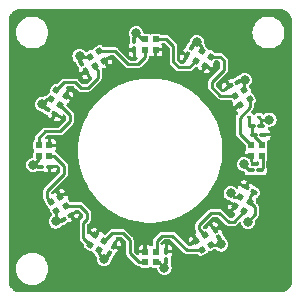
<source format=gbr>
%TF.GenerationSoftware,KiCad,Pcbnew,7.0.5.1-1-g8f565ef7f0-dirty-deb11*%
%TF.CreationDate,2023-07-26T12:03:11+00:00*%
%TF.ProjectId,pedalboard-led-ring,70656461-6c62-46f6-9172-642d6c65642d,1.0.0*%
%TF.SameCoordinates,Original*%
%TF.FileFunction,Copper,L1,Top*%
%TF.FilePolarity,Positive*%
%FSLAX46Y46*%
G04 Gerber Fmt 4.6, Leading zero omitted, Abs format (unit mm)*
G04 Created by KiCad (PCBNEW 7.0.5.1-1-g8f565ef7f0-dirty-deb11) date 2023-07-26 12:03:11*
%MOMM*%
%LPD*%
G01*
G04 APERTURE LIST*
G04 Aperture macros list*
%AMRoundRect*
0 Rectangle with rounded corners*
0 $1 Rounding radius*
0 $2 $3 $4 $5 $6 $7 $8 $9 X,Y pos of 4 corners*
0 Add a 4 corners polygon primitive as box body*
4,1,4,$2,$3,$4,$5,$6,$7,$8,$9,$2,$3,0*
0 Add four circle primitives for the rounded corners*
1,1,$1+$1,$2,$3*
1,1,$1+$1,$4,$5*
1,1,$1+$1,$6,$7*
1,1,$1+$1,$8,$9*
0 Add four rect primitives between the rounded corners*
20,1,$1+$1,$2,$3,$4,$5,0*
20,1,$1+$1,$4,$5,$6,$7,0*
20,1,$1+$1,$6,$7,$8,$9,0*
20,1,$1+$1,$8,$9,$2,$3,0*%
%AMRotRect*
0 Rectangle, with rotation*
0 The origin of the aperture is its center*
0 $1 length*
0 $2 width*
0 $3 Rotation angle, in degrees counterclockwise*
0 Add horizontal line*
21,1,$1,$2,0,0,$3*%
G04 Aperture macros list end*
%TA.AperFunction,SMDPad,CuDef*%
%ADD10RotRect,0.500000X0.500000X120.000000*%
%TD*%
%TA.AperFunction,SMDPad,CuDef*%
%ADD11RoundRect,0.100000X-0.100000X0.217500X-0.100000X-0.217500X0.100000X-0.217500X0.100000X0.217500X0*%
%TD*%
%TA.AperFunction,SMDPad,CuDef*%
%ADD12RoundRect,0.100000X-0.195353X0.138361X0.022147X-0.238361X0.195353X-0.138361X-0.022147X0.238361X0*%
%TD*%
%TA.AperFunction,SMDPad,CuDef*%
%ADD13R,0.500000X0.500000*%
%TD*%
%TA.AperFunction,SMDPad,CuDef*%
%ADD14RotRect,0.500000X0.500000X150.000000*%
%TD*%
%TA.AperFunction,SMDPad,CuDef*%
%ADD15RotRect,0.500000X0.500000X30.000000*%
%TD*%
%TA.AperFunction,SMDPad,CuDef*%
%ADD16RotRect,0.500000X0.500000X330.000000*%
%TD*%
%TA.AperFunction,SMDPad,CuDef*%
%ADD17RoundRect,0.100000X0.217500X0.100000X-0.217500X0.100000X-0.217500X-0.100000X0.217500X-0.100000X0*%
%TD*%
%TA.AperFunction,SMDPad,CuDef*%
%ADD18RoundRect,0.100000X-0.217500X-0.100000X0.217500X-0.100000X0.217500X0.100000X-0.217500X0.100000X0*%
%TD*%
%TA.AperFunction,SMDPad,CuDef*%
%ADD19RoundRect,0.062500X0.117500X0.062500X-0.117500X0.062500X-0.117500X-0.062500X0.117500X-0.062500X0*%
%TD*%
%TA.AperFunction,SMDPad,CuDef*%
%ADD20RoundRect,0.100000X-0.138361X-0.195353X0.238361X0.022147X0.138361X0.195353X-0.238361X-0.022147X0*%
%TD*%
%TA.AperFunction,SMDPad,CuDef*%
%ADD21RoundRect,0.100000X-0.022147X-0.238361X0.195353X0.138361X0.022147X0.238361X-0.195353X-0.138361X0*%
%TD*%
%TA.AperFunction,SMDPad,CuDef*%
%ADD22RoundRect,0.100000X0.195353X-0.138361X-0.022147X0.238361X-0.195353X0.138361X0.022147X-0.238361X0*%
%TD*%
%TA.AperFunction,SMDPad,CuDef*%
%ADD23RoundRect,0.100000X-0.238361X0.022147X0.138361X-0.195353X0.238361X-0.022147X-0.138361X0.195353X0*%
%TD*%
%TA.AperFunction,SMDPad,CuDef*%
%ADD24RoundRect,0.100000X0.100000X-0.217500X0.100000X0.217500X-0.100000X0.217500X-0.100000X-0.217500X0*%
%TD*%
%TA.AperFunction,SMDPad,CuDef*%
%ADD25RotRect,0.500000X0.500000X210.000000*%
%TD*%
%TA.AperFunction,SMDPad,CuDef*%
%ADD26RoundRect,0.100000X0.138361X0.195353X-0.238361X-0.022147X-0.138361X-0.195353X0.238361X0.022147X0*%
%TD*%
%TA.AperFunction,SMDPad,CuDef*%
%ADD27RotRect,0.500000X0.500000X300.000000*%
%TD*%
%TA.AperFunction,SMDPad,CuDef*%
%ADD28RoundRect,0.100000X0.238361X-0.022147X-0.138361X0.195353X-0.238361X0.022147X0.138361X-0.195353X0*%
%TD*%
%TA.AperFunction,SMDPad,CuDef*%
%ADD29RotRect,0.500000X0.500000X60.000000*%
%TD*%
%TA.AperFunction,SMDPad,CuDef*%
%ADD30RotRect,0.500000X0.500000X240.000000*%
%TD*%
%TA.AperFunction,SMDPad,CuDef*%
%ADD31RoundRect,0.100000X0.022147X0.238361X-0.195353X-0.138361X-0.022147X-0.238361X0.195353X0.138361X0*%
%TD*%
%TA.AperFunction,ViaPad*%
%ADD32C,0.800000*%
%TD*%
%TA.AperFunction,Conductor*%
%ADD33C,0.250000*%
%TD*%
G04 APERTURE END LIST*
D10*
%TO.P,D11,1,DIN*%
%TO.N,Net-(D10-DOUT)*%
X84335289Y-68408940D03*
%TO.P,D11,2,VDD*%
%TO.N,VCC*%
X85114711Y-67958940D03*
%TO.P,D11,3,DOUT*%
%TO.N,Net-(D11-DOUT)*%
X84664711Y-67179518D03*
%TO.P,D11,4,VSS*%
%TO.N,GND*%
X83885289Y-67629518D03*
%TD*%
D11*
%TO.P,C4,1*%
%TO.N,VCC*%
X78650000Y-50652500D03*
%TO.P,C4,2*%
%TO.N,GND*%
X78650000Y-51467500D03*
%TD*%
D12*
%TO.P,C5,1*%
%TO.N,VCC*%
X74157116Y-52579828D03*
%TO.P,C5,2*%
%TO.N,GND*%
X74564616Y-53285638D03*
%TD*%
D13*
%TO.P,D1,1,DIN*%
%TO.N,Net-(D1-DIN)*%
X89450000Y-60450000D03*
%TO.P,D1,2,VDD*%
%TO.N,Net-(D1-VDD)*%
X89450000Y-59550000D03*
%TO.P,D1,3,DOUT*%
%TO.N,Net-(D1-DOUT)*%
X88550000Y-59550000D03*
%TO.P,D1,4,VSS*%
%TO.N,GND*%
X88550000Y-60450000D03*
%TD*%
%TO.P,D4,1,DIN*%
%TO.N,Net-(D3-DOUT)*%
X80450000Y-50550000D03*
%TO.P,D4,2,VDD*%
%TO.N,VCC*%
X79550000Y-50550000D03*
%TO.P,D4,3,DOUT*%
%TO.N,Net-(D4-DOUT)*%
X79550000Y-51450000D03*
%TO.P,D4,4,VSS*%
%TO.N,GND*%
X80450000Y-51450000D03*
%TD*%
D14*
%TO.P,D12,1,DIN*%
%TO.N,Net-(D11-DOUT)*%
X87958940Y-65114711D03*
%TO.P,D12,2,VDD*%
%TO.N,VCC*%
X88408940Y-64335289D03*
%TO.P,D12,3,DOUT*%
%TO.N,Net-(D12-DOUT)*%
X87629518Y-63885289D03*
%TO.P,D12,4,VSS*%
%TO.N,GND*%
X87179518Y-64664711D03*
%TD*%
D15*
%TO.P,D8,1,DIN*%
%TO.N,Net-(D7-DOUT)*%
X71591060Y-64335289D03*
%TO.P,D8,2,VDD*%
%TO.N,VCC*%
X72041060Y-65114711D03*
%TO.P,D8,3,DOUT*%
%TO.N,Net-(D8-DOUT)*%
X72820482Y-64664711D03*
%TO.P,D8,4,VSS*%
%TO.N,GND*%
X72370482Y-63885289D03*
%TD*%
D13*
%TO.P,D10,1,DIN*%
%TO.N,Net-(D10-DIN)*%
X79550000Y-69450000D03*
%TO.P,D10,2,VDD*%
%TO.N,VCC*%
X80450000Y-69450000D03*
%TO.P,D10,3,DOUT*%
%TO.N,Net-(D10-DOUT)*%
X80450000Y-68550000D03*
%TO.P,D10,4,VSS*%
%TO.N,GND*%
X79550000Y-68550000D03*
%TD*%
%TO.P,D7,1,DIN*%
%TO.N,Net-(D6-DOUT)*%
X70550000Y-59550000D03*
%TO.P,D7,2,VDD*%
%TO.N,VCC*%
X70550000Y-60450000D03*
%TO.P,D7,3,DOUT*%
%TO.N,Net-(D7-DOUT)*%
X71450000Y-60450000D03*
%TO.P,D7,4,VSS*%
%TO.N,GND*%
X71450000Y-59550000D03*
%TD*%
D16*
%TO.P,D6,1,DIN*%
%TO.N,Net-(D5-DOUT)*%
X72041060Y-54885289D03*
%TO.P,D6,2,VDD*%
%TO.N,VCC*%
X71591060Y-55664711D03*
%TO.P,D6,3,DOUT*%
%TO.N,Net-(D6-DOUT)*%
X72370482Y-56114711D03*
%TO.P,D6,4,VSS*%
%TO.N,GND*%
X72820482Y-55335289D03*
%TD*%
D17*
%TO.P,R2,1*%
%TO.N,VCC*%
X89407500Y-57950000D03*
%TO.P,R2,2*%
%TO.N,Net-(D1-VDD)*%
X88592500Y-57950000D03*
%TD*%
D18*
%TO.P,C7,1*%
%TO.N,VCC*%
X70652500Y-61350000D03*
%TO.P,C7,2*%
%TO.N,GND*%
X71467500Y-61350000D03*
%TD*%
D19*
%TO.P,D13,1,K*%
%TO.N,Net-(D1-VDD)*%
X88352500Y-57150000D03*
%TO.P,D13,2,A*%
%TO.N,VCC*%
X89192500Y-57150000D03*
%TD*%
D20*
%TO.P,C8,1*%
%TO.N,VCC*%
X72579828Y-65842884D03*
%TO.P,C8,2*%
%TO.N,GND*%
X73285638Y-65435384D03*
%TD*%
D21*
%TO.P,C9,1*%
%TO.N,VCC*%
X76495384Y-68770172D03*
%TO.P,C9,2*%
%TO.N,GND*%
X76902884Y-68064362D03*
%TD*%
D22*
%TO.P,C11,1*%
%TO.N,VCC*%
X85842884Y-67420172D03*
%TO.P,C11,2*%
%TO.N,GND*%
X85435384Y-66714362D03*
%TD*%
D23*
%TO.P,C6,1*%
%TO.N,VCC*%
X71229828Y-56495384D03*
%TO.P,C6,2*%
%TO.N,GND*%
X71935638Y-56902884D03*
%TD*%
D24*
%TO.P,C10,1*%
%TO.N,VCC*%
X81350000Y-69347500D03*
%TO.P,C10,2*%
%TO.N,GND*%
X81350000Y-68532500D03*
%TD*%
D25*
%TO.P,D2,1,DIN*%
%TO.N,Net-(D1-DOUT)*%
X88408940Y-55664711D03*
%TO.P,D2,2,VDD*%
%TO.N,VCC*%
X87958940Y-54885289D03*
%TO.P,D2,3,DOUT*%
%TO.N,Net-(D2-DOUT)*%
X87179518Y-55335289D03*
%TO.P,D2,4,VSS*%
%TO.N,GND*%
X87629518Y-56114711D03*
%TD*%
D18*
%TO.P,C1,1*%
%TO.N,Net-(D1-VDD)*%
X88742500Y-58650000D03*
%TO.P,C1,2*%
%TO.N,GND*%
X89557500Y-58650000D03*
%TD*%
D26*
%TO.P,C2,1*%
%TO.N,VCC*%
X87420172Y-54157116D03*
%TO.P,C2,2*%
%TO.N,GND*%
X86714362Y-54564616D03*
%TD*%
D27*
%TO.P,D5,1,DIN*%
%TO.N,Net-(D4-DOUT)*%
X75664711Y-51591060D03*
%TO.P,D5,2,VDD*%
%TO.N,VCC*%
X74885289Y-52041060D03*
%TO.P,D5,3,DOUT*%
%TO.N,Net-(D5-DOUT)*%
X75335289Y-52820482D03*
%TO.P,D5,4,VSS*%
%TO.N,GND*%
X76114711Y-52370482D03*
%TD*%
D28*
%TO.P,C12,1*%
%TO.N,VCC*%
X88770172Y-63504616D03*
%TO.P,C12,2*%
%TO.N,GND*%
X88064362Y-63097116D03*
%TD*%
D29*
%TO.P,D9,1,DIN*%
%TO.N,Net-(D8-DOUT)*%
X74885289Y-67958940D03*
%TO.P,D9,2,VDD*%
%TO.N,VCC*%
X75664711Y-68408940D03*
%TO.P,D9,3,DOUT*%
%TO.N,Net-(D10-DIN)*%
X76114711Y-67629518D03*
%TO.P,D9,4,VSS*%
%TO.N,GND*%
X75335289Y-67179518D03*
%TD*%
D30*
%TO.P,D3,1,DIN*%
%TO.N,Net-(D2-DOUT)*%
X85114711Y-52041060D03*
%TO.P,D3,2,VDD*%
%TO.N,VCC*%
X84335289Y-51591060D03*
%TO.P,D3,3,DOUT*%
%TO.N,Net-(D3-DOUT)*%
X83885289Y-52370482D03*
%TO.P,D3,4,VSS*%
%TO.N,GND*%
X84664711Y-52820482D03*
%TD*%
D17*
%TO.P,R1,1*%
%TO.N,Net-(D1-DIN)*%
X89317500Y-61680000D03*
%TO.P,R1,2*%
%TO.N,Net-(J1-Pin_3)*%
X88502500Y-61680000D03*
%TD*%
D31*
%TO.P,C3,1*%
%TO.N,VCC*%
X83504616Y-51229828D03*
%TO.P,C3,2*%
%TO.N,GND*%
X83097116Y-51935638D03*
%TD*%
D32*
%TO.N,Net-(D12-DOUT)*%
X86800000Y-63600000D03*
%TO.N,VCC*%
X74000000Y-52000000D03*
X70071797Y-61196152D03*
X76071797Y-69196152D03*
X90079502Y-57365000D03*
X81196152Y-69928203D03*
X83928203Y-50803848D03*
X72000000Y-66000000D03*
X86000000Y-67940000D03*
X70803848Y-56071797D03*
X88000000Y-54000000D03*
X88260000Y-66020000D03*
X78803848Y-50071797D03*
%TO.N,GND*%
X90400000Y-61400000D03*
X82900000Y-71400000D03*
X91150000Y-61400000D03*
X91150000Y-64850000D03*
X90400000Y-64850000D03*
X84900000Y-71400000D03*
X85700000Y-70500000D03*
X83900000Y-71400000D03*
%TO.N,Net-(J1-Pin_3)*%
X87910000Y-61150000D03*
%TD*%
D33*
%TO.N,Net-(D1-DOUT)*%
X87550000Y-58550000D02*
X87550000Y-57200000D01*
X87550000Y-57200000D02*
X88408940Y-56341060D01*
X88408940Y-56341060D02*
X88408940Y-55664711D01*
X88550000Y-59550000D02*
X87550000Y-58550000D01*
%TO.N,Net-(D1-DIN)*%
X89495000Y-60495000D02*
X89495000Y-61467500D01*
X89495000Y-61467500D02*
X89300000Y-61662500D01*
%TO.N,Net-(D2-DOUT)*%
X86220000Y-52360000D02*
X86220000Y-53200000D01*
X85210000Y-54630000D02*
X85930000Y-55350000D01*
X85210000Y-54210000D02*
X85210000Y-54630000D01*
X86220000Y-53200000D02*
X85210000Y-54210000D01*
X85114711Y-52041060D02*
X85901060Y-52041060D01*
X85930000Y-55350000D02*
X87164807Y-55350000D01*
X85901060Y-52041060D02*
X86220000Y-52360000D01*
%TO.N,Net-(D3-DOUT)*%
X81350000Y-50550000D02*
X80450000Y-50550000D01*
X83885289Y-52370482D02*
X83295771Y-52960000D01*
X81950000Y-52500000D02*
X81950000Y-51150000D01*
X82410000Y-52960000D02*
X81950000Y-52500000D01*
X83295771Y-52960000D02*
X82410000Y-52960000D01*
X81950000Y-51150000D02*
X81350000Y-50550000D01*
%TO.N,Net-(D4-DOUT)*%
X79550000Y-52080000D02*
X78930000Y-52700000D01*
X79550000Y-51450000D02*
X79550000Y-52080000D01*
X78120000Y-52700000D02*
X77011060Y-51591060D01*
X78930000Y-52700000D02*
X78120000Y-52700000D01*
X77011060Y-51591060D02*
X75664711Y-51591060D01*
%TO.N,Net-(D5-DOUT)*%
X74130000Y-54690000D02*
X73660000Y-54220000D01*
X75335289Y-52995289D02*
X75550000Y-53210000D01*
X72706349Y-54220000D02*
X72041060Y-54885289D01*
X75335289Y-52820482D02*
X75335289Y-52995289D01*
X75550000Y-53840000D02*
X74700000Y-54690000D01*
X73660000Y-54220000D02*
X72706349Y-54220000D01*
X75550000Y-53210000D02*
X75550000Y-53840000D01*
X74700000Y-54690000D02*
X74130000Y-54690000D01*
%TO.N,Net-(D6-DOUT)*%
X72360000Y-58370000D02*
X71120000Y-58370000D01*
X71120000Y-58370000D02*
X70550000Y-58940000D01*
X73200000Y-56944229D02*
X73200000Y-57530000D01*
X73200000Y-57530000D02*
X72360000Y-58370000D01*
X72370482Y-56114711D02*
X73200000Y-56944229D01*
X70550000Y-58940000D02*
X70550000Y-59550000D01*
%TO.N,Net-(D12-DOUT)*%
X87629518Y-63885289D02*
X87085289Y-63885289D01*
X87085289Y-63885289D02*
X86800000Y-63600000D01*
%TO.N,VCC*%
X80450000Y-69450000D02*
X80717949Y-69450000D01*
X75664711Y-68789066D02*
X76071797Y-69196152D01*
X80717949Y-69450000D02*
X81196152Y-69928203D01*
X71591060Y-55664711D02*
X71210934Y-55664711D01*
X70550000Y-60450000D02*
X70550000Y-60717949D01*
X72041060Y-65958940D02*
X72000000Y-66000000D01*
X79282051Y-50550000D02*
X78803848Y-50071797D01*
X86000000Y-67940000D02*
X85981060Y-67958940D01*
X88830000Y-65480000D02*
X88800000Y-65480000D01*
X88408940Y-64335289D02*
X88408940Y-63865848D01*
X89407500Y-57365000D02*
X89407500Y-57950000D01*
X87958940Y-54041060D02*
X88000000Y-54000000D01*
X74041060Y-52041060D02*
X74000000Y-52000000D01*
X74885289Y-52041060D02*
X74041060Y-52041060D01*
X72041060Y-65114711D02*
X72041060Y-65958940D01*
X83928203Y-50803848D02*
X84335289Y-51210934D01*
X89192500Y-57150000D02*
X89407500Y-57365000D01*
X75664711Y-68408940D02*
X75664711Y-68789066D01*
X79550000Y-50550000D02*
X79282051Y-50550000D01*
X88800000Y-65480000D02*
X88260000Y-66020000D01*
X85981060Y-67958940D02*
X85114711Y-67958940D01*
X89407500Y-57365000D02*
X90079502Y-57365000D01*
X87958940Y-54885289D02*
X87958940Y-54041060D01*
X88408940Y-63865848D02*
X88770172Y-63504616D01*
X70803848Y-56071797D02*
X71210934Y-55664711D01*
X88830000Y-64756349D02*
X88830000Y-65480000D01*
X70550000Y-60717949D02*
X70071797Y-61196152D01*
X84335289Y-51591060D02*
X84335289Y-51210934D01*
X88408940Y-64335289D02*
X88830000Y-64756349D01*
%TO.N,Net-(D7-DOUT)*%
X71270000Y-63380000D02*
X71270000Y-64014229D01*
X72700000Y-61950000D02*
X71270000Y-63380000D01*
X71270000Y-64014229D02*
X71591060Y-64335289D01*
X71450000Y-60450000D02*
X71860000Y-60450000D01*
X72700000Y-61290000D02*
X72700000Y-61950000D01*
X71860000Y-60450000D02*
X72700000Y-61290000D01*
%TO.N,Net-(D8-DOUT)*%
X74330000Y-66090000D02*
X74330000Y-67403651D01*
X74064711Y-64664711D02*
X74660000Y-65260000D01*
X74330000Y-67403651D02*
X74885289Y-67958940D01*
X74660000Y-65260000D02*
X74660000Y-65760000D01*
X72820482Y-64664711D02*
X74064711Y-64664711D01*
X74660000Y-65760000D02*
X74330000Y-66090000D01*
%TO.N,Net-(D10-DIN)*%
X76754229Y-66990000D02*
X77680000Y-66990000D01*
X78250000Y-68690000D02*
X79010000Y-69450000D01*
X76114711Y-67629518D02*
X76754229Y-66990000D01*
X77680000Y-66990000D02*
X78250000Y-67560000D01*
X78250000Y-67560000D02*
X78250000Y-68690000D01*
X79010000Y-69450000D02*
X79550000Y-69450000D01*
%TO.N,Net-(D11-DOUT)*%
X84140000Y-66654807D02*
X84140000Y-66280000D01*
X85150000Y-65270000D02*
X85840000Y-65270000D01*
X85840000Y-65270000D02*
X86620000Y-66050000D01*
X86620000Y-66050000D02*
X87050000Y-66050000D01*
X87050000Y-66050000D02*
X87050000Y-66023651D01*
X87050000Y-66023651D02*
X87958940Y-65114711D01*
X84140000Y-66280000D02*
X85150000Y-65270000D01*
X84664711Y-67179518D02*
X84140000Y-66654807D01*
%TO.N,Net-(D10-DOUT)*%
X80970000Y-67190000D02*
X81870000Y-67190000D01*
X81870000Y-67190000D02*
X83088940Y-68408940D01*
X83088940Y-68408940D02*
X84335289Y-68408940D01*
X80530000Y-68470000D02*
X80530000Y-67630000D01*
X80530000Y-67630000D02*
X80970000Y-67190000D01*
%TO.N,Net-(J1-Pin_3)*%
X88390000Y-61680000D02*
X87910000Y-61200000D01*
%TO.N,Net-(D1-VDD)*%
X88352500Y-57710000D02*
X88592500Y-57950000D01*
X88592500Y-57950000D02*
X88592500Y-58500000D01*
X88592500Y-58500000D02*
X88742500Y-58650000D01*
X88352500Y-57150000D02*
X88352500Y-57710000D01*
X89450000Y-59452979D02*
X88742500Y-58745479D01*
X88742500Y-58745479D02*
X88742500Y-58650000D01*
%TD*%
%TA.AperFunction,Conductor*%
%TO.N,GND*%
G36*
X91002140Y-48000687D02*
G01*
X91045464Y-48004477D01*
X91173816Y-48017119D01*
X91189696Y-48020008D01*
X91257626Y-48038209D01*
X91259036Y-48038612D01*
X91353264Y-48067196D01*
X91366359Y-48072207D01*
X91435690Y-48104536D01*
X91438085Y-48105733D01*
X91522989Y-48151115D01*
X91528052Y-48154225D01*
X91595221Y-48201258D01*
X91598233Y-48203543D01*
X91632865Y-48231964D01*
X91671280Y-48263491D01*
X91674877Y-48266751D01*
X91733247Y-48325121D01*
X91736512Y-48328723D01*
X91796455Y-48401765D01*
X91798740Y-48404777D01*
X91845773Y-48471946D01*
X91848883Y-48477009D01*
X91894255Y-48561893D01*
X91895462Y-48564308D01*
X91927791Y-48633639D01*
X91932804Y-48646739D01*
X91961364Y-48740887D01*
X91961809Y-48742445D01*
X91979986Y-48810282D01*
X91982882Y-48826202D01*
X91995520Y-48954525D01*
X91999311Y-48997843D01*
X91999500Y-49002161D01*
X91999500Y-70997837D01*
X91999311Y-71002155D01*
X91995520Y-71045473D01*
X91982882Y-71173796D01*
X91979986Y-71189716D01*
X91961809Y-71257553D01*
X91961364Y-71259111D01*
X91932804Y-71353259D01*
X91927791Y-71366359D01*
X91895462Y-71435690D01*
X91894255Y-71438105D01*
X91848883Y-71522989D01*
X91845773Y-71528052D01*
X91798740Y-71595221D01*
X91796455Y-71598233D01*
X91736512Y-71671275D01*
X91733247Y-71674877D01*
X91674877Y-71733247D01*
X91671275Y-71736512D01*
X91598233Y-71796455D01*
X91595221Y-71798740D01*
X91528052Y-71845773D01*
X91522989Y-71848883D01*
X91438105Y-71894255D01*
X91435690Y-71895462D01*
X91366359Y-71927791D01*
X91353259Y-71932804D01*
X91259111Y-71961364D01*
X91257553Y-71961809D01*
X91189716Y-71979986D01*
X91173796Y-71982882D01*
X91045473Y-71995520D01*
X91002156Y-71999311D01*
X90997838Y-71999500D01*
X69002162Y-71999500D01*
X68997844Y-71999311D01*
X68954525Y-71995520D01*
X68826202Y-71982882D01*
X68810284Y-71979986D01*
X68773391Y-71970101D01*
X68742445Y-71961809D01*
X68740887Y-71961364D01*
X68646739Y-71932804D01*
X68633639Y-71927791D01*
X68564308Y-71895462D01*
X68561893Y-71894255D01*
X68477009Y-71848883D01*
X68471946Y-71845773D01*
X68404777Y-71798740D01*
X68401765Y-71796455D01*
X68328723Y-71736512D01*
X68325121Y-71733247D01*
X68266751Y-71674877D01*
X68263486Y-71671275D01*
X68203543Y-71598233D01*
X68201258Y-71595221D01*
X68154225Y-71528052D01*
X68151115Y-71522989D01*
X68105733Y-71438085D01*
X68104536Y-71435690D01*
X68072207Y-71366359D01*
X68067194Y-71353259D01*
X68038612Y-71259036D01*
X68038209Y-71257626D01*
X68020008Y-71189696D01*
X68017119Y-71173816D01*
X68004476Y-71045447D01*
X68003868Y-71038495D01*
X68000687Y-71002140D01*
X68000500Y-70997840D01*
X68000500Y-70000004D01*
X68644341Y-70000004D01*
X68664935Y-70235400D01*
X68664936Y-70235407D01*
X68664937Y-70235408D01*
X68697379Y-70356485D01*
X68726098Y-70463667D01*
X68825959Y-70677818D01*
X68825963Y-70677826D01*
X68825964Y-70677828D01*
X68825965Y-70677829D01*
X68961505Y-70871401D01*
X69128599Y-71038495D01*
X69128602Y-71038497D01*
X69128603Y-71038498D01*
X69192906Y-71083523D01*
X69322171Y-71174035D01*
X69322172Y-71174035D01*
X69322173Y-71174036D01*
X69322181Y-71174040D01*
X69536333Y-71273901D01*
X69536337Y-71273903D01*
X69764592Y-71335063D01*
X69764596Y-71335063D01*
X69764599Y-71335064D01*
X69941026Y-71350500D01*
X69941034Y-71350500D01*
X70058974Y-71350500D01*
X70235400Y-71335064D01*
X70235401Y-71335063D01*
X70235408Y-71335063D01*
X70463663Y-71273903D01*
X70677829Y-71174035D01*
X70871401Y-71038495D01*
X71038495Y-70871401D01*
X71174035Y-70677830D01*
X71273903Y-70463663D01*
X71335063Y-70235408D01*
X71348225Y-70084969D01*
X71355659Y-70000004D01*
X71355659Y-69999995D01*
X71335064Y-69764599D01*
X71335063Y-69764596D01*
X71335063Y-69764592D01*
X71273903Y-69536337D01*
X71188369Y-69352910D01*
X71174040Y-69322181D01*
X71174036Y-69322173D01*
X71104619Y-69223035D01*
X71038495Y-69128599D01*
X70871401Y-68961505D01*
X70871397Y-68961502D01*
X70871396Y-68961501D01*
X70690477Y-68834821D01*
X70677829Y-68825965D01*
X70677828Y-68825964D01*
X70677826Y-68825963D01*
X70677818Y-68825959D01*
X70463666Y-68726098D01*
X70463667Y-68726098D01*
X70301496Y-68682645D01*
X70235408Y-68664937D01*
X70235407Y-68664936D01*
X70235400Y-68664935D01*
X70058974Y-68649500D01*
X70058966Y-68649500D01*
X69941034Y-68649500D01*
X69941026Y-68649500D01*
X69764599Y-68664935D01*
X69536332Y-68726098D01*
X69322181Y-68825959D01*
X69322173Y-68825963D01*
X69128603Y-68961501D01*
X68961501Y-69128603D01*
X68825964Y-69322171D01*
X68726097Y-69536337D01*
X68664935Y-69764599D01*
X68644341Y-69999995D01*
X68644341Y-70000004D01*
X68000500Y-70000004D01*
X68000500Y-61196152D01*
X69466115Y-61196152D01*
X69486752Y-61352910D01*
X69486754Y-61352918D01*
X69547259Y-61498990D01*
X69547259Y-61498991D01*
X69608101Y-61578282D01*
X69643515Y-61624434D01*
X69768956Y-61720688D01*
X69768957Y-61720688D01*
X69768958Y-61720689D01*
X69906452Y-61777641D01*
X69915035Y-61781196D01*
X70032606Y-61796674D01*
X70071796Y-61801834D01*
X70071797Y-61801834D01*
X70071798Y-61801834D01*
X70110987Y-61796674D01*
X70228559Y-61781196D01*
X70300385Y-61751443D01*
X70357588Y-61746941D01*
X70357613Y-61746727D01*
X70358703Y-61746853D01*
X70361379Y-61746643D01*
X70364264Y-61747382D01*
X70365005Y-61747583D01*
X70365009Y-61747585D01*
X70390135Y-61750500D01*
X70914864Y-61750499D01*
X70929985Y-61748745D01*
X70989965Y-61760820D01*
X71011396Y-61777081D01*
X71011956Y-61777641D01*
X71124848Y-61835163D01*
X71124852Y-61835164D01*
X71218515Y-61849999D01*
X71317500Y-61849999D01*
X71317500Y-61849998D01*
X71617500Y-61849998D01*
X71617501Y-61849999D01*
X71716483Y-61849999D01*
X71716485Y-61849998D01*
X71810141Y-61835166D01*
X71810151Y-61835163D01*
X71923043Y-61777641D01*
X72012641Y-61688043D01*
X72070163Y-61575151D01*
X72070164Y-61575147D01*
X72082067Y-61500000D01*
X71617501Y-61500000D01*
X71617500Y-61500001D01*
X71617500Y-61849998D01*
X71317500Y-61849998D01*
X71317500Y-61299000D01*
X71336407Y-61240809D01*
X71385907Y-61204845D01*
X71416500Y-61200000D01*
X72108666Y-61200000D01*
X72166857Y-61218907D01*
X72178670Y-61228996D01*
X72345504Y-61395830D01*
X72373281Y-61450347D01*
X72374500Y-61465834D01*
X72374500Y-61774165D01*
X72355593Y-61832356D01*
X72345504Y-61844169D01*
X71051413Y-63138259D01*
X71048228Y-63141176D01*
X71016807Y-63167542D01*
X71016806Y-63167544D01*
X71003306Y-63190925D01*
X71000118Y-63196449D01*
X70996292Y-63203075D01*
X70993972Y-63206716D01*
X70970446Y-63240316D01*
X70970442Y-63240324D01*
X70970051Y-63241786D01*
X70960170Y-63265640D01*
X70959414Y-63266948D01*
X70959410Y-63266960D01*
X70952287Y-63307349D01*
X70951353Y-63311564D01*
X70940736Y-63351187D01*
X70940736Y-63351193D01*
X70944312Y-63392072D01*
X70944500Y-63396373D01*
X70944500Y-63997854D01*
X70944312Y-64002156D01*
X70940736Y-64043036D01*
X70944446Y-64056882D01*
X70951354Y-64082665D01*
X70952289Y-64086881D01*
X70959411Y-64127274D01*
X70960164Y-64128577D01*
X70970054Y-64152453D01*
X70970443Y-64153908D01*
X70970446Y-64153913D01*
X70992242Y-64185042D01*
X70993971Y-64187510D01*
X70996288Y-64191147D01*
X71016806Y-64226684D01*
X71016860Y-64226729D01*
X71016929Y-64226830D01*
X71022376Y-64233322D01*
X71021736Y-64233858D01*
X71046969Y-64270744D01*
X71064766Y-64323171D01*
X71066042Y-64326930D01*
X71335790Y-64794148D01*
X71375106Y-64838979D01*
X71446644Y-64874257D01*
X71446645Y-64874257D01*
X71447124Y-64874493D01*
X71490952Y-64917187D01*
X71502127Y-64969759D01*
X71496874Y-65049884D01*
X71496875Y-65049889D01*
X71516039Y-65106346D01*
X71516041Y-65106350D01*
X71516042Y-65106352D01*
X71675918Y-65383265D01*
X71688639Y-65443112D01*
X71663752Y-65499008D01*
X71650448Y-65511306D01*
X71571723Y-65571713D01*
X71571713Y-65571723D01*
X71475462Y-65697160D01*
X71475462Y-65697161D01*
X71414957Y-65843233D01*
X71414955Y-65843241D01*
X71394318Y-65999999D01*
X71394318Y-66000000D01*
X71414955Y-66156758D01*
X71414957Y-66156766D01*
X71475462Y-66302838D01*
X71475462Y-66302839D01*
X71571713Y-66428276D01*
X71571718Y-66428282D01*
X71697159Y-66524536D01*
X71697160Y-66524536D01*
X71697161Y-66524537D01*
X71748461Y-66545786D01*
X71843238Y-66585044D01*
X71960809Y-66600522D01*
X71999999Y-66605682D01*
X72000000Y-66605682D01*
X72000001Y-66605682D01*
X72031352Y-66601554D01*
X72156762Y-66585044D01*
X72302841Y-66524536D01*
X72428282Y-66428282D01*
X72475610Y-66366601D01*
X72522894Y-66334103D01*
X72522809Y-66333905D01*
X72523817Y-66333468D01*
X72526032Y-66331947D01*
X72528906Y-66331143D01*
X72529641Y-66330948D01*
X72529646Y-66330948D01*
X72552863Y-66320910D01*
X72584165Y-66302838D01*
X72654113Y-66262453D01*
X73007291Y-66058544D01*
X73019511Y-66049463D01*
X73077494Y-66029932D01*
X73104185Y-66033300D01*
X73104943Y-66033503D01*
X73104949Y-66033504D01*
X73231475Y-66026873D01*
X73231479Y-66026872D01*
X73320013Y-65992886D01*
X73320018Y-65992884D01*
X73405732Y-65943396D01*
X73222007Y-65625173D01*
X73144131Y-65490288D01*
X73490542Y-65490288D01*
X73665541Y-65793395D01*
X73751260Y-65743906D01*
X73824963Y-65684223D01*
X73893969Y-65577963D01*
X73893971Y-65577960D01*
X73926765Y-65455569D01*
X73926765Y-65455563D01*
X73920135Y-65329038D01*
X73892868Y-65258005D01*
X73490542Y-65490288D01*
X73144131Y-65490288D01*
X73130233Y-65466215D01*
X73117512Y-65406366D01*
X73142399Y-65350471D01*
X73166470Y-65330978D01*
X73733725Y-65003474D01*
X73783225Y-64990211D01*
X73888877Y-64990211D01*
X73947068Y-65009118D01*
X73958880Y-65019207D01*
X74305503Y-65365829D01*
X74333281Y-65420346D01*
X74334500Y-65435833D01*
X74334500Y-65584164D01*
X74315593Y-65642355D01*
X74305504Y-65654168D01*
X74111413Y-65848259D01*
X74108229Y-65851176D01*
X74076807Y-65877542D01*
X74076806Y-65877544D01*
X74056292Y-65913075D01*
X74053972Y-65916716D01*
X74030446Y-65950316D01*
X74030442Y-65950324D01*
X74030051Y-65951786D01*
X74020170Y-65975640D01*
X74019414Y-65976948D01*
X74019410Y-65976960D01*
X74012287Y-66017349D01*
X74011353Y-66021564D01*
X74000736Y-66061187D01*
X74000736Y-66061193D01*
X74004312Y-66102072D01*
X74004500Y-66106373D01*
X74004500Y-67387276D01*
X74004312Y-67391578D01*
X74000736Y-67432458D01*
X74001246Y-67434362D01*
X74011354Y-67472087D01*
X74012289Y-67476303D01*
X74019411Y-67516696D01*
X74020164Y-67517999D01*
X74030054Y-67541875D01*
X74030443Y-67543330D01*
X74030446Y-67543335D01*
X74053578Y-67576372D01*
X74053971Y-67576932D01*
X74056292Y-67580575D01*
X74076806Y-67616106D01*
X74108224Y-67642469D01*
X74111410Y-67645388D01*
X74335253Y-67869230D01*
X74363030Y-67923747D01*
X74358995Y-67971055D01*
X74341104Y-68023759D01*
X74341104Y-68023763D01*
X74346321Y-68103356D01*
X74381599Y-68174894D01*
X74426430Y-68214210D01*
X74893648Y-68483958D01*
X74893651Y-68483959D01*
X74893653Y-68483960D01*
X74921050Y-68493259D01*
X74950112Y-68503125D01*
X75029705Y-68497908D01*
X75029707Y-68497906D01*
X75030239Y-68497872D01*
X75089542Y-68512932D01*
X75125506Y-68552874D01*
X75125742Y-68553354D01*
X75125743Y-68553356D01*
X75161021Y-68624894D01*
X75205852Y-68664210D01*
X75287393Y-68711287D01*
X75328334Y-68756757D01*
X75336516Y-68805652D01*
X75335447Y-68817871D01*
X75335447Y-68817873D01*
X75338562Y-68829500D01*
X75346065Y-68857502D01*
X75347000Y-68861718D01*
X75354122Y-68902111D01*
X75354875Y-68903414D01*
X75364765Y-68927290D01*
X75365154Y-68928745D01*
X75365157Y-68928750D01*
X75388089Y-68961501D01*
X75388682Y-68962347D01*
X75391003Y-68965990D01*
X75411517Y-69001521D01*
X75442935Y-69027884D01*
X75446121Y-69030803D01*
X75448503Y-69033184D01*
X75476280Y-69087701D01*
X75476652Y-69116109D01*
X75466115Y-69196150D01*
X75466115Y-69196152D01*
X75486752Y-69352910D01*
X75486754Y-69352918D01*
X75547259Y-69498990D01*
X75547259Y-69498991D01*
X75632339Y-69609869D01*
X75643515Y-69624434D01*
X75768956Y-69720688D01*
X75768957Y-69720688D01*
X75768958Y-69720689D01*
X75907877Y-69778231D01*
X75915035Y-69781196D01*
X76015383Y-69794407D01*
X76071796Y-69801834D01*
X76071797Y-69801834D01*
X76071798Y-69801834D01*
X76103149Y-69797706D01*
X76228559Y-69781196D01*
X76374638Y-69720688D01*
X76500079Y-69624434D01*
X76596333Y-69498993D01*
X76656841Y-69352914D01*
X76666988Y-69275833D01*
X76691688Y-69224045D01*
X76691515Y-69223917D01*
X76692170Y-69223035D01*
X76693327Y-69220610D01*
X76695420Y-69218470D01*
X76695949Y-69217944D01*
X76695957Y-69217939D01*
X76711045Y-69197637D01*
X76973408Y-68743208D01*
X76979450Y-68729234D01*
X77019898Y-68683328D01*
X77044704Y-68672897D01*
X77045463Y-68672693D01*
X77045464Y-68672692D01*
X77151723Y-68603687D01*
X77151724Y-68603687D01*
X77211399Y-68529995D01*
X77211407Y-68529983D01*
X77260895Y-68444265D01*
X76783717Y-68168766D01*
X76742776Y-68123296D01*
X76736380Y-68062446D01*
X76747480Y-68033529D01*
X76761377Y-68009458D01*
X77107788Y-68009458D01*
X77410894Y-68184457D01*
X77460385Y-68098737D01*
X77494372Y-68010203D01*
X77494374Y-68010196D01*
X77501003Y-67883674D01*
X77501003Y-67883668D01*
X77468209Y-67761277D01*
X77468207Y-67761274D01*
X77399202Y-67655016D01*
X77340070Y-67607131D01*
X77107788Y-68009457D01*
X77107788Y-68009458D01*
X76761377Y-68009458D01*
X76847980Y-67859458D01*
X77080261Y-67457130D01*
X77076868Y-67447547D01*
X77075266Y-67386383D01*
X77109921Y-67335958D01*
X77167597Y-67315534D01*
X77170189Y-67315500D01*
X77504166Y-67315500D01*
X77562357Y-67334407D01*
X77574170Y-67344496D01*
X77895504Y-67665830D01*
X77923281Y-67720347D01*
X77924500Y-67735834D01*
X77924500Y-68673625D01*
X77924312Y-68677927D01*
X77920736Y-68718807D01*
X77923089Y-68727587D01*
X77931354Y-68758436D01*
X77932289Y-68762652D01*
X77939411Y-68803045D01*
X77940164Y-68804348D01*
X77950054Y-68828224D01*
X77950443Y-68829679D01*
X77950446Y-68829684D01*
X77972876Y-68861718D01*
X77973971Y-68863281D01*
X77976288Y-68866918D01*
X77982568Y-68877794D01*
X77996806Y-68902455D01*
X78028224Y-68928818D01*
X78031410Y-68931737D01*
X78768268Y-69668596D01*
X78771187Y-69671782D01*
X78797545Y-69703194D01*
X78833074Y-69723707D01*
X78836709Y-69726022D01*
X78870316Y-69749554D01*
X78871767Y-69749942D01*
X78895659Y-69759840D01*
X78896954Y-69760588D01*
X78905854Y-69762157D01*
X78937365Y-69767713D01*
X78941544Y-69768638D01*
X78981193Y-69779263D01*
X79022065Y-69775687D01*
X79026365Y-69775500D01*
X79056392Y-69775500D01*
X79114583Y-69794407D01*
X79138707Y-69819498D01*
X79155448Y-69844552D01*
X79221769Y-69888867D01*
X79266231Y-69897711D01*
X79280241Y-69900498D01*
X79280246Y-69900498D01*
X79280252Y-69900500D01*
X79280253Y-69900500D01*
X79819747Y-69900500D01*
X79819748Y-69900500D01*
X79878231Y-69888867D01*
X79944552Y-69844552D01*
X79944553Y-69844549D01*
X79944997Y-69844253D01*
X80003885Y-69827644D01*
X80055003Y-69844253D01*
X80055446Y-69844549D01*
X80055448Y-69844552D01*
X80121769Y-69888867D01*
X80166231Y-69897711D01*
X80180241Y-69900498D01*
X80180246Y-69900498D01*
X80180252Y-69900500D01*
X80500002Y-69900500D01*
X80558193Y-69919407D01*
X80594157Y-69968907D01*
X80598155Y-69986578D01*
X80611107Y-70084961D01*
X80611109Y-70084969D01*
X80671614Y-70231041D01*
X80671614Y-70231042D01*
X80767865Y-70356479D01*
X80767870Y-70356485D01*
X80893311Y-70452739D01*
X80893312Y-70452739D01*
X80893313Y-70452740D01*
X80919693Y-70463667D01*
X81039390Y-70513247D01*
X81156961Y-70528725D01*
X81196151Y-70533885D01*
X81196152Y-70533885D01*
X81196153Y-70533885D01*
X81227504Y-70529757D01*
X81352914Y-70513247D01*
X81498993Y-70452739D01*
X81624434Y-70356485D01*
X81720688Y-70231044D01*
X81781196Y-70084965D01*
X81801834Y-69928203D01*
X81781196Y-69771441D01*
X81751443Y-69699614D01*
X81746941Y-69642412D01*
X81746727Y-69642388D01*
X81746853Y-69641295D01*
X81746643Y-69638618D01*
X81747384Y-69635725D01*
X81747581Y-69634999D01*
X81747585Y-69634991D01*
X81750500Y-69609865D01*
X81750499Y-69085136D01*
X81748745Y-69070013D01*
X81760820Y-69010034D01*
X81777087Y-68988598D01*
X81777641Y-68988043D01*
X81835164Y-68875149D01*
X81835164Y-68875147D01*
X81850000Y-68781484D01*
X81850000Y-68682501D01*
X81849999Y-68682500D01*
X81299000Y-68682500D01*
X81240809Y-68663593D01*
X81204845Y-68614093D01*
X81200000Y-68583500D01*
X81200000Y-67917932D01*
X81500000Y-67917932D01*
X81500000Y-68382499D01*
X81500001Y-68382500D01*
X81849998Y-68382500D01*
X81849999Y-68382499D01*
X81849999Y-68283516D01*
X81849998Y-68283514D01*
X81835166Y-68189858D01*
X81835163Y-68189848D01*
X81777641Y-68076956D01*
X81688043Y-67987358D01*
X81575151Y-67929836D01*
X81575147Y-67929835D01*
X81500000Y-67917932D01*
X81200000Y-67917932D01*
X81124852Y-67929835D01*
X81124848Y-67929836D01*
X81005014Y-67990896D01*
X81004324Y-67989543D01*
X80954495Y-68005732D01*
X80896306Y-67986822D01*
X80860344Y-67937320D01*
X80855500Y-67906732D01*
X80855500Y-67805834D01*
X80874407Y-67747643D01*
X80884496Y-67735830D01*
X81075830Y-67544496D01*
X81130347Y-67516719D01*
X81145834Y-67515500D01*
X81694166Y-67515500D01*
X81752357Y-67534407D01*
X81764170Y-67544496D01*
X82847208Y-68627536D01*
X82850127Y-68630722D01*
X82876485Y-68662134D01*
X82912023Y-68682651D01*
X82915656Y-68684966D01*
X82949256Y-68708493D01*
X82950706Y-68708881D01*
X82974589Y-68718774D01*
X82975895Y-68719528D01*
X83016306Y-68726653D01*
X83020495Y-68727581D01*
X83060133Y-68738203D01*
X83101005Y-68734627D01*
X83105305Y-68734440D01*
X83945867Y-68734440D01*
X84004058Y-68753347D01*
X84031602Y-68783939D01*
X84049903Y-68815637D01*
X84080017Y-68867797D01*
X84080019Y-68867799D01*
X84119335Y-68912630D01*
X84190873Y-68947908D01*
X84270466Y-68953125D01*
X84326930Y-68933958D01*
X84794148Y-68664210D01*
X84838979Y-68624894D01*
X84874257Y-68553356D01*
X84874257Y-68553353D01*
X84874493Y-68552875D01*
X84917187Y-68509047D01*
X84969760Y-68497872D01*
X84970292Y-68497906D01*
X84970295Y-68497908D01*
X85049888Y-68503125D01*
X85106352Y-68483958D01*
X85415171Y-68305661D01*
X85475017Y-68292941D01*
X85530913Y-68317828D01*
X85543210Y-68331131D01*
X85571712Y-68368275D01*
X85571713Y-68368276D01*
X85571718Y-68368282D01*
X85697159Y-68464536D01*
X85697160Y-68464536D01*
X85697161Y-68464537D01*
X85790321Y-68503125D01*
X85843238Y-68525044D01*
X85960809Y-68540522D01*
X85999999Y-68545682D01*
X86000000Y-68545682D01*
X86000001Y-68545682D01*
X86031352Y-68541554D01*
X86156762Y-68525044D01*
X86302841Y-68464536D01*
X86428282Y-68368282D01*
X86524536Y-68242841D01*
X86585044Y-68096762D01*
X86605682Y-67940000D01*
X86585044Y-67783238D01*
X86581190Y-67773934D01*
X86524537Y-67637161D01*
X86524537Y-67637160D01*
X86428286Y-67511723D01*
X86428285Y-67511722D01*
X86428282Y-67511718D01*
X86338984Y-67443198D01*
X86318072Y-67427151D01*
X86292604Y-67398109D01*
X86070148Y-67012808D01*
X86058544Y-66992709D01*
X86049462Y-66980486D01*
X86029932Y-66922502D01*
X86033301Y-66895811D01*
X86033503Y-66895055D01*
X86033504Y-66895050D01*
X86026873Y-66768524D01*
X86026872Y-66768520D01*
X85992886Y-66679986D01*
X85992881Y-66679975D01*
X85943396Y-66594266D01*
X85598007Y-66793676D01*
X85598001Y-66793677D01*
X85466215Y-66869765D01*
X85406367Y-66882487D01*
X85350471Y-66857601D01*
X85330978Y-66833529D01*
X84998196Y-66257132D01*
X84939065Y-66305016D01*
X84870060Y-66411274D01*
X84870058Y-66411277D01*
X84837264Y-66533668D01*
X84836450Y-66541419D01*
X84834552Y-66541219D01*
X84821307Y-66590625D01*
X84773751Y-66629123D01*
X84731811Y-66635482D01*
X84729537Y-66635332D01*
X84729535Y-66635333D01*
X84729534Y-66635333D01*
X84714039Y-66640593D01*
X84676825Y-66653225D01*
X84615645Y-66654024D01*
X84575000Y-66629481D01*
X84539785Y-66594266D01*
X84494496Y-66548976D01*
X84466719Y-66494459D01*
X84465500Y-66478973D01*
X84465500Y-66455834D01*
X84484407Y-66397643D01*
X84494496Y-66385830D01*
X84773196Y-66107130D01*
X85258005Y-66107130D01*
X85490288Y-66509456D01*
X85793395Y-66334457D01*
X85743906Y-66248739D01*
X85684223Y-66175036D01*
X85577963Y-66106030D01*
X85577960Y-66106028D01*
X85455569Y-66073234D01*
X85455563Y-66073234D01*
X85329038Y-66079864D01*
X85329031Y-66079865D01*
X85258005Y-66107130D01*
X84773196Y-66107130D01*
X85255830Y-65624496D01*
X85310347Y-65596719D01*
X85325834Y-65595500D01*
X85664166Y-65595500D01*
X85722357Y-65614407D01*
X85734170Y-65624496D01*
X86378257Y-66268584D01*
X86381175Y-66271769D01*
X86407246Y-66302838D01*
X86407545Y-66303194D01*
X86443073Y-66323706D01*
X86446712Y-66326025D01*
X86480311Y-66349551D01*
X86480313Y-66349552D01*
X86480316Y-66349554D01*
X86481767Y-66349942D01*
X86505659Y-66359840D01*
X86506186Y-66360143D01*
X86506955Y-66360588D01*
X86547351Y-66367710D01*
X86551548Y-66368640D01*
X86591193Y-66379264D01*
X86632077Y-66375687D01*
X86636377Y-66375500D01*
X87107394Y-66375500D01*
X87126432Y-66368570D01*
X87143096Y-66364105D01*
X87163045Y-66360588D01*
X87180591Y-66350457D01*
X87196224Y-66343168D01*
X87215260Y-66336240D01*
X87230779Y-66323216D01*
X87244910Y-66313322D01*
X87262455Y-66303194D01*
X87275479Y-66287671D01*
X87287672Y-66275478D01*
X87303194Y-66262455D01*
X87313317Y-66244918D01*
X87323221Y-66230775D01*
X87336238Y-66215263D01*
X87336237Y-66215263D01*
X87336240Y-66215261D01*
X87338760Y-66208335D01*
X87361784Y-66172191D01*
X87496039Y-66037936D01*
X87550554Y-66010161D01*
X87610986Y-66019732D01*
X87654251Y-66062997D01*
X87664194Y-66095019D01*
X87674955Y-66176759D01*
X87674957Y-66176766D01*
X87735462Y-66322838D01*
X87735462Y-66322839D01*
X87831713Y-66448276D01*
X87831718Y-66448282D01*
X87957159Y-66544536D01*
X87957160Y-66544536D01*
X87957161Y-66544537D01*
X88103233Y-66605042D01*
X88103238Y-66605044D01*
X88220809Y-66620522D01*
X88259999Y-66625682D01*
X88260000Y-66625682D01*
X88260001Y-66625682D01*
X88291352Y-66621554D01*
X88416762Y-66605044D01*
X88562841Y-66544536D01*
X88688282Y-66448282D01*
X88784536Y-66322841D01*
X88845044Y-66176762D01*
X88865682Y-66020000D01*
X88855143Y-65939955D01*
X88866292Y-65879797D01*
X88883289Y-65857036D01*
X88946452Y-65793873D01*
X88982597Y-65770848D01*
X88995260Y-65766240D01*
X89010779Y-65753216D01*
X89024910Y-65743322D01*
X89042455Y-65733194D01*
X89055479Y-65717671D01*
X89067672Y-65705478D01*
X89083194Y-65692455D01*
X89093317Y-65674918D01*
X89103221Y-65660775D01*
X89108766Y-65654168D01*
X89116240Y-65645261D01*
X89123173Y-65626211D01*
X89130459Y-65610588D01*
X89140588Y-65593045D01*
X89144104Y-65573096D01*
X89148572Y-65556426D01*
X89155500Y-65537394D01*
X89155500Y-65422606D01*
X89155500Y-65422605D01*
X89155499Y-64772723D01*
X89155688Y-64768407D01*
X89156709Y-64756732D01*
X89159264Y-64727542D01*
X89148640Y-64687897D01*
X89147710Y-64683697D01*
X89142800Y-64655852D01*
X89140588Y-64643304D01*
X89139840Y-64642008D01*
X89129942Y-64618116D01*
X89129554Y-64616665D01*
X89129552Y-64616662D01*
X89129551Y-64616660D01*
X89106025Y-64583061D01*
X89103703Y-64579417D01*
X89083193Y-64543892D01*
X89055070Y-64520295D01*
X89051765Y-64517522D01*
X89048588Y-64514610D01*
X88958975Y-64424998D01*
X88931198Y-64370481D01*
X88935232Y-64323174D01*
X88953125Y-64270466D01*
X88947908Y-64190873D01*
X88946790Y-64188606D01*
X88918346Y-64130926D01*
X88909566Y-64070374D01*
X88938055Y-64016226D01*
X88981510Y-63991514D01*
X89040567Y-63975690D01*
X89131253Y-63909375D01*
X89146341Y-63889073D01*
X89291204Y-63638160D01*
X89301244Y-63614942D01*
X89313332Y-63503248D01*
X89284254Y-63394729D01*
X89282299Y-63392056D01*
X89221910Y-63309474D01*
X89217939Y-63304043D01*
X89217938Y-63304042D01*
X89217936Y-63304040D01*
X89197637Y-63288955D01*
X89159532Y-63266955D01*
X88743208Y-63026592D01*
X88743205Y-63026591D01*
X88743204Y-63026590D01*
X88743200Y-63026588D01*
X88729232Y-63020548D01*
X88683325Y-62980097D01*
X88672897Y-62955295D01*
X88672693Y-62954536D01*
X88603688Y-62848278D01*
X88529981Y-62788591D01*
X88444265Y-62739103D01*
X88168766Y-63216283D01*
X88123296Y-63257224D01*
X88062446Y-63263620D01*
X88033529Y-63252520D01*
X87457130Y-62919737D01*
X87429865Y-62990763D01*
X87429864Y-62990770D01*
X87423234Y-63117295D01*
X87424049Y-63125048D01*
X87420650Y-63125405D01*
X87418222Y-63171668D01*
X87379713Y-63219215D01*
X87320611Y-63235046D01*
X87263492Y-63213114D01*
X87247259Y-63196449D01*
X87228286Y-63171723D01*
X87228285Y-63171722D01*
X87228282Y-63171718D01*
X87228277Y-63171714D01*
X87228276Y-63171713D01*
X87102838Y-63075462D01*
X86956766Y-63014957D01*
X86956758Y-63014955D01*
X86800001Y-62994318D01*
X86799999Y-62994318D01*
X86643241Y-63014955D01*
X86643233Y-63014957D01*
X86497161Y-63075462D01*
X86497160Y-63075462D01*
X86371723Y-63171713D01*
X86371713Y-63171723D01*
X86275462Y-63297160D01*
X86275462Y-63297161D01*
X86214957Y-63443233D01*
X86214955Y-63443241D01*
X86194318Y-63599999D01*
X86194318Y-63600000D01*
X86214955Y-63756758D01*
X86214957Y-63756766D01*
X86275462Y-63902838D01*
X86275462Y-63902839D01*
X86353435Y-64004455D01*
X86371718Y-64028282D01*
X86371722Y-64028285D01*
X86371723Y-64028286D01*
X86390946Y-64043036D01*
X86497159Y-64124536D01*
X86497160Y-64124536D01*
X86497161Y-64124537D01*
X86564556Y-64152453D01*
X86643238Y-64185044D01*
X86696790Y-64192094D01*
X86752015Y-64218435D01*
X86775805Y-64258422D01*
X87270257Y-64543895D01*
X87298685Y-64560308D01*
X87339626Y-64605777D01*
X87346022Y-64666627D01*
X87334921Y-64695544D01*
X87034422Y-65216022D01*
X87034422Y-65216023D01*
X87152743Y-65284335D01*
X87193684Y-65329805D01*
X87200080Y-65390655D01*
X87173247Y-65440075D01*
X86917822Y-65695503D01*
X86863306Y-65723281D01*
X86847818Y-65724500D01*
X86795834Y-65724500D01*
X86737643Y-65705593D01*
X86725830Y-65695504D01*
X86081741Y-65051414D01*
X86078822Y-65048229D01*
X86052456Y-65016806D01*
X86029364Y-65003474D01*
X86016918Y-64996288D01*
X86013283Y-64993972D01*
X85979684Y-64970446D01*
X85979679Y-64970443D01*
X85978224Y-64970054D01*
X85954348Y-64960164D01*
X85953045Y-64959411D01*
X85912652Y-64952289D01*
X85908436Y-64951354D01*
X85882153Y-64944312D01*
X85868807Y-64940736D01*
X85868806Y-64940736D01*
X85864381Y-64941123D01*
X85827926Y-64944312D01*
X85823626Y-64944500D01*
X85166374Y-64944500D01*
X85162073Y-64944312D01*
X85121193Y-64940736D01*
X85121187Y-64940736D01*
X85081564Y-64951353D01*
X85077349Y-64952287D01*
X85036960Y-64959410D01*
X85036948Y-64959414D01*
X85035640Y-64960170D01*
X85011786Y-64970051D01*
X85010324Y-64970442D01*
X85010316Y-64970446D01*
X84976716Y-64993972D01*
X84973080Y-64996288D01*
X84966277Y-65000216D01*
X84937548Y-65016803D01*
X84937545Y-65016806D01*
X84911175Y-65048231D01*
X84908257Y-65051415D01*
X83921413Y-66038259D01*
X83918228Y-66041176D01*
X83886807Y-66067542D01*
X83886806Y-66067544D01*
X83873306Y-66090925D01*
X83867779Y-66100500D01*
X83866292Y-66103075D01*
X83863972Y-66106716D01*
X83840446Y-66140316D01*
X83840442Y-66140324D01*
X83840051Y-66141786D01*
X83830170Y-66165640D01*
X83829414Y-66166948D01*
X83829410Y-66166960D01*
X83822287Y-66207349D01*
X83821353Y-66211564D01*
X83810736Y-66251187D01*
X83810736Y-66251193D01*
X83814312Y-66292072D01*
X83814500Y-66296373D01*
X83814500Y-66638432D01*
X83814312Y-66642734D01*
X83811809Y-66671353D01*
X83810736Y-66683613D01*
X83821354Y-66723243D01*
X83822289Y-66727459D01*
X83829411Y-66767852D01*
X83830164Y-66769155D01*
X83840054Y-66793031D01*
X83840443Y-66794486D01*
X83840446Y-66794491D01*
X83863971Y-66828088D01*
X83866288Y-66831725D01*
X83885881Y-66865660D01*
X83891137Y-66874763D01*
X83888215Y-66876449D01*
X83905279Y-66918720D01*
X83890459Y-66978083D01*
X83856018Y-67011333D01*
X83740193Y-67078204D01*
X83940193Y-67424614D01*
X84040692Y-67598685D01*
X84053413Y-67658534D01*
X84028526Y-67714429D01*
X84004455Y-67733922D01*
X83469108Y-68043004D01*
X83457176Y-68061378D01*
X83400054Y-68083304D01*
X83394874Y-68083440D01*
X83264775Y-68083440D01*
X83206584Y-68064533D01*
X83194771Y-68054444D01*
X82654863Y-67514536D01*
X83239490Y-67514536D01*
X83251557Y-67626040D01*
X83251558Y-67626042D01*
X83261581Y-67649224D01*
X83333974Y-67774612D01*
X83333975Y-67774612D01*
X83680383Y-67574613D01*
X83480384Y-67228204D01*
X83354989Y-67300602D01*
X83334723Y-67315662D01*
X83268520Y-67406194D01*
X83268519Y-67406196D01*
X83239490Y-67514534D01*
X83239490Y-67514536D01*
X82654863Y-67514536D01*
X82111741Y-66971414D01*
X82108822Y-66968229D01*
X82082456Y-66936806D01*
X82051130Y-66918720D01*
X82046918Y-66916288D01*
X82043283Y-66913972D01*
X82009684Y-66890446D01*
X82009679Y-66890443D01*
X82008224Y-66890054D01*
X81984348Y-66880164D01*
X81983045Y-66879411D01*
X81942652Y-66872289D01*
X81938436Y-66871354D01*
X81912153Y-66864312D01*
X81898807Y-66860736D01*
X81898806Y-66860736D01*
X81894381Y-66861123D01*
X81857926Y-66864312D01*
X81853626Y-66864500D01*
X80986374Y-66864500D01*
X80982073Y-66864312D01*
X80941193Y-66860736D01*
X80941187Y-66860736D01*
X80901564Y-66871353D01*
X80897349Y-66872287D01*
X80856960Y-66879410D01*
X80856948Y-66879414D01*
X80855640Y-66880170D01*
X80831786Y-66890051D01*
X80830324Y-66890442D01*
X80830316Y-66890446D01*
X80796716Y-66913972D01*
X80793080Y-66916288D01*
X80784875Y-66921025D01*
X80757545Y-66936805D01*
X80731181Y-66968224D01*
X80728263Y-66971408D01*
X80311413Y-67388259D01*
X80308229Y-67391176D01*
X80276807Y-67417542D01*
X80276806Y-67417544D01*
X80267826Y-67433098D01*
X80259484Y-67447547D01*
X80256292Y-67453075D01*
X80253972Y-67456716D01*
X80230446Y-67490316D01*
X80230442Y-67490324D01*
X80230051Y-67491786D01*
X80220170Y-67515640D01*
X80219414Y-67516948D01*
X80219410Y-67516960D01*
X80212287Y-67557349D01*
X80211353Y-67561564D01*
X80200736Y-67601187D01*
X80200736Y-67601193D01*
X80204312Y-67642072D01*
X80204500Y-67646373D01*
X80204500Y-68013429D01*
X80185593Y-68071620D01*
X80136093Y-68107584D01*
X80124815Y-68110527D01*
X80112207Y-68113035D01*
X80111979Y-68111890D01*
X80060802Y-68115913D01*
X80013919Y-68089655D01*
X79972477Y-68048213D01*
X79869872Y-68002909D01*
X79844797Y-68000000D01*
X79700001Y-68000000D01*
X79700000Y-68000001D01*
X79700000Y-68601000D01*
X79681093Y-68659191D01*
X79631593Y-68695155D01*
X79601000Y-68700000D01*
X79000002Y-68700000D01*
X79000001Y-68700001D01*
X79000001Y-68740666D01*
X78981094Y-68798857D01*
X78931594Y-68834821D01*
X78870408Y-68834821D01*
X78830997Y-68810670D01*
X78604495Y-68584168D01*
X78576718Y-68529651D01*
X78575499Y-68514164D01*
X78575499Y-68399998D01*
X79000000Y-68399998D01*
X79000001Y-68400000D01*
X79399999Y-68400000D01*
X79400000Y-68399999D01*
X79400000Y-68000001D01*
X79399999Y-68000000D01*
X79255210Y-68000000D01*
X79255207Y-68000001D01*
X79230125Y-68002909D01*
X79127522Y-68048213D01*
X79048213Y-68127522D01*
X79002909Y-68230127D01*
X79000000Y-68255202D01*
X79000000Y-68399998D01*
X78575499Y-68399998D01*
X78575499Y-68071620D01*
X78575499Y-67576349D01*
X78575687Y-67572073D01*
X78579264Y-67531193D01*
X78568640Y-67491548D01*
X78567710Y-67487348D01*
X78560588Y-67446955D01*
X78559840Y-67445659D01*
X78549942Y-67421767D01*
X78549554Y-67420316D01*
X78549552Y-67420313D01*
X78549551Y-67420311D01*
X78526025Y-67386712D01*
X78523703Y-67383068D01*
X78503193Y-67347543D01*
X78482069Y-67329819D01*
X78471765Y-67321173D01*
X78468588Y-67318261D01*
X77921741Y-66771414D01*
X77918822Y-66768229D01*
X77892456Y-66736806D01*
X77864488Y-66720659D01*
X77856918Y-66716288D01*
X77853283Y-66713972D01*
X77819684Y-66690446D01*
X77819679Y-66690443D01*
X77818224Y-66690054D01*
X77794348Y-66680164D01*
X77793045Y-66679411D01*
X77752652Y-66672289D01*
X77748436Y-66671354D01*
X77722153Y-66664312D01*
X77708807Y-66660736D01*
X77708806Y-66660736D01*
X77704381Y-66661123D01*
X77667926Y-66664312D01*
X77663626Y-66664500D01*
X76770603Y-66664500D01*
X76766302Y-66664312D01*
X76725422Y-66660736D01*
X76725416Y-66660736D01*
X76685793Y-66671353D01*
X76681578Y-66672287D01*
X76641189Y-66679410D01*
X76641177Y-66679414D01*
X76639869Y-66680170D01*
X76616015Y-66690051D01*
X76614553Y-66690442D01*
X76614545Y-66690446D01*
X76580945Y-66713972D01*
X76577309Y-66716288D01*
X76569740Y-66720659D01*
X76541774Y-66736805D01*
X76515410Y-66768224D01*
X76512492Y-66771408D01*
X76204420Y-67079481D01*
X76149903Y-67107258D01*
X76102595Y-67103224D01*
X76075380Y-67093986D01*
X76049888Y-67085333D01*
X76049886Y-67085333D01*
X76040656Y-67082200D01*
X76041030Y-67081095D01*
X75994699Y-67058989D01*
X75967227Y-67012808D01*
X75952058Y-66956197D01*
X75885852Y-66865661D01*
X75885851Y-66865660D01*
X75865585Y-66850600D01*
X75865575Y-66850594D01*
X75740193Y-66778204D01*
X75740191Y-66778204D01*
X75439692Y-67298684D01*
X75394223Y-67339625D01*
X75333373Y-67346021D01*
X75304456Y-67334921D01*
X75153358Y-67247685D01*
X74783973Y-67034422D01*
X74780122Y-67035454D01*
X74719021Y-67032251D01*
X74671471Y-66993746D01*
X74655500Y-66939827D01*
X74655500Y-66774613D01*
X74933975Y-66774613D01*
X75280384Y-66974612D01*
X75480383Y-66628204D01*
X75354990Y-66555808D01*
X75331814Y-66545787D01*
X75331807Y-66545786D01*
X75220307Y-66533719D01*
X75220305Y-66533719D01*
X75111968Y-66562748D01*
X75021432Y-66628954D01*
X75021431Y-66628955D01*
X75006371Y-66649221D01*
X75006365Y-66649231D01*
X74933975Y-66774612D01*
X74933975Y-66774613D01*
X74655500Y-66774613D01*
X74655500Y-66265834D01*
X74674407Y-66207643D01*
X74684496Y-66195831D01*
X74878589Y-66001737D01*
X74881766Y-65998824D01*
X74913194Y-65972455D01*
X74933709Y-65936919D01*
X74936027Y-65933283D01*
X74950176Y-65913075D01*
X74959553Y-65899684D01*
X74959942Y-65898231D01*
X74969833Y-65874352D01*
X74970588Y-65873045D01*
X74977714Y-65832624D01*
X74978642Y-65828439D01*
X74989263Y-65788807D01*
X74985687Y-65747934D01*
X74985500Y-65743634D01*
X74985500Y-65510596D01*
X74985500Y-65276349D01*
X74985687Y-65272073D01*
X74989264Y-65231193D01*
X74978640Y-65191548D01*
X74977710Y-65187348D01*
X74974369Y-65168401D01*
X74970588Y-65146955D01*
X74969840Y-65145659D01*
X74959942Y-65121767D01*
X74959554Y-65120316D01*
X74959552Y-65120313D01*
X74959551Y-65120311D01*
X74936025Y-65086712D01*
X74933703Y-65083068D01*
X74913193Y-65047543D01*
X74885954Y-65024688D01*
X74881765Y-65021173D01*
X74878588Y-65018261D01*
X74306452Y-64446125D01*
X74303533Y-64442940D01*
X74277167Y-64411517D01*
X74254529Y-64398447D01*
X74241629Y-64390999D01*
X74237999Y-64388686D01*
X74204395Y-64365157D01*
X74204390Y-64365154D01*
X74202935Y-64364765D01*
X74179059Y-64354875D01*
X74177756Y-64354122D01*
X74137363Y-64347000D01*
X74133147Y-64346065D01*
X74106864Y-64339023D01*
X74093518Y-64335447D01*
X74093517Y-64335447D01*
X74089092Y-64335834D01*
X74052637Y-64339023D01*
X74048337Y-64339211D01*
X73209904Y-64339211D01*
X73151713Y-64320304D01*
X73124168Y-64289711D01*
X73087864Y-64226830D01*
X73075753Y-64205853D01*
X73062861Y-64191153D01*
X73036436Y-64161021D01*
X73036434Y-64161020D01*
X73030007Y-64153691D01*
X73030885Y-64152920D01*
X73001815Y-64110625D01*
X73001112Y-64056882D01*
X73016280Y-64000275D01*
X73016280Y-64000270D01*
X73004213Y-63888766D01*
X73004212Y-63888764D01*
X72994188Y-63865580D01*
X72921796Y-63740193D01*
X72921794Y-63740193D01*
X72533104Y-63964603D01*
X72533103Y-63964604D01*
X72401314Y-64040692D01*
X72341465Y-64053413D01*
X72285570Y-64028526D01*
X72266078Y-64004455D01*
X71965578Y-63483975D01*
X71965577Y-63483975D01*
X71840182Y-63556373D01*
X71819916Y-63571433D01*
X71774413Y-63633659D01*
X71724802Y-63669470D01*
X71663617Y-63669282D01*
X71614228Y-63633166D01*
X71595500Y-63575222D01*
X71595500Y-63555833D01*
X71614407Y-63497642D01*
X71624490Y-63485835D01*
X71776350Y-63333975D01*
X72225386Y-63333975D01*
X72425385Y-63680383D01*
X72771794Y-63480384D01*
X72771794Y-63480383D01*
X72699400Y-63354993D01*
X72684337Y-63334723D01*
X72593805Y-63268520D01*
X72593803Y-63268519D01*
X72485464Y-63239490D01*
X72373959Y-63251557D01*
X72373957Y-63251558D01*
X72350784Y-63261577D01*
X72225386Y-63333975D01*
X71776350Y-63333975D01*
X72918588Y-62191736D01*
X72921766Y-62188824D01*
X72953194Y-62162455D01*
X72973709Y-62126919D01*
X72976027Y-62123283D01*
X72987935Y-62106275D01*
X72999553Y-62089684D01*
X72999942Y-62088231D01*
X73009833Y-62064352D01*
X73010588Y-62063045D01*
X73017714Y-62022624D01*
X73018642Y-62018439D01*
X73029263Y-61978807D01*
X73025687Y-61937934D01*
X73025500Y-61933634D01*
X73025500Y-61306362D01*
X73025687Y-61302061D01*
X73029263Y-61261193D01*
X73018642Y-61221559D01*
X73017712Y-61217360D01*
X73016607Y-61211093D01*
X73010588Y-61176955D01*
X73009834Y-61175649D01*
X72999941Y-61151765D01*
X72999553Y-61150316D01*
X72976026Y-61116716D01*
X72973711Y-61113083D01*
X72953194Y-61077545D01*
X72921771Y-61051178D01*
X72918594Y-61048266D01*
X72101741Y-60231414D01*
X72098822Y-60228229D01*
X72072456Y-60196806D01*
X72039429Y-60177738D01*
X72036918Y-60176288D01*
X72033288Y-60173975D01*
X71999684Y-60150446D01*
X71999679Y-60150443D01*
X71998224Y-60150054D01*
X71974348Y-60140164D01*
X71965544Y-60135081D01*
X71967440Y-60131796D01*
X71932489Y-60104085D01*
X71916046Y-60045150D01*
X71932846Y-60000000D01*
X73894548Y-60000000D01*
X73914346Y-60491285D01*
X73914346Y-60491291D01*
X73914347Y-60491297D01*
X73914347Y-60491306D01*
X73973609Y-60979365D01*
X73973613Y-60979392D01*
X74071962Y-61461136D01*
X74071962Y-61461137D01*
X74208750Y-61933386D01*
X74208753Y-61933395D01*
X74295625Y-62162455D01*
X74383110Y-62393133D01*
X74452617Y-62539615D01*
X74592578Y-62834579D01*
X74593891Y-62837345D01*
X74839733Y-63263155D01*
X74889133Y-63334723D01*
X75119038Y-63667800D01*
X75429999Y-64048659D01*
X75770601Y-64403263D01*
X75770605Y-64403267D01*
X76053540Y-64653925D01*
X76138635Y-64729313D01*
X76138640Y-64729317D01*
X76531707Y-65024688D01*
X76705143Y-65134362D01*
X76947274Y-65287477D01*
X76947281Y-65287480D01*
X76947280Y-65287480D01*
X76947293Y-65287488D01*
X77287832Y-65466215D01*
X77382638Y-65515973D01*
X77834977Y-65708697D01*
X78007340Y-65766240D01*
X78301341Y-65864392D01*
X78301351Y-65864395D01*
X78301357Y-65864397D01*
X78778753Y-65982065D01*
X79264069Y-66060936D01*
X79754158Y-66100500D01*
X79754163Y-66100500D01*
X80245837Y-66100500D01*
X80245842Y-66100500D01*
X80735931Y-66060936D01*
X81221247Y-65982065D01*
X81698643Y-65864397D01*
X82165023Y-65708697D01*
X82617362Y-65515973D01*
X82870219Y-65383264D01*
X83052706Y-65287488D01*
X83052711Y-65287484D01*
X83052726Y-65287477D01*
X83468292Y-65024688D01*
X83794320Y-64779694D01*
X86533719Y-64779694D01*
X86562748Y-64888031D01*
X86628954Y-64978567D01*
X86628955Y-64978568D01*
X86649219Y-64993627D01*
X86774613Y-65066023D01*
X86974612Y-64719614D01*
X86628204Y-64519615D01*
X86555808Y-64645009D01*
X86545787Y-64668185D01*
X86545786Y-64668192D01*
X86533719Y-64779692D01*
X86533719Y-64779694D01*
X83794320Y-64779694D01*
X83861365Y-64729313D01*
X84229395Y-64403267D01*
X84569996Y-64048664D01*
X84880959Y-63667803D01*
X85160267Y-63263155D01*
X85406109Y-62837345D01*
X85490295Y-62659927D01*
X87607130Y-62659927D01*
X88009457Y-62892210D01*
X88009458Y-62892210D01*
X88184456Y-62589105D01*
X88184456Y-62589103D01*
X88098741Y-62539615D01*
X88010203Y-62505627D01*
X88010196Y-62505625D01*
X87883674Y-62498996D01*
X87883668Y-62498996D01*
X87761277Y-62531790D01*
X87761274Y-62531792D01*
X87655014Y-62600798D01*
X87655013Y-62600798D01*
X87607130Y-62659927D01*
X85490295Y-62659927D01*
X85616890Y-62393133D01*
X85791244Y-61933401D01*
X85791246Y-61933395D01*
X85791249Y-61933386D01*
X85928037Y-61461137D01*
X85928037Y-61461136D01*
X85928039Y-61461130D01*
X86026388Y-60979383D01*
X86042443Y-60847159D01*
X86085652Y-60491306D01*
X86085652Y-60491301D01*
X86085654Y-60491285D01*
X86105452Y-60000000D01*
X86085654Y-59508715D01*
X86085652Y-59508698D01*
X86085652Y-59508693D01*
X86026390Y-59020634D01*
X86026388Y-59020617D01*
X85928039Y-58538870D01*
X85928037Y-58538862D01*
X85791249Y-58066613D01*
X85791246Y-58066604D01*
X85747040Y-57950044D01*
X85616890Y-57606867D01*
X85406109Y-57162655D01*
X85160267Y-56736845D01*
X84996842Y-56500083D01*
X84880961Y-56332199D01*
X84570000Y-55951340D01*
X84229398Y-55596736D01*
X84173552Y-55547261D01*
X83861365Y-55270687D01*
X83861364Y-55270686D01*
X83861359Y-55270682D01*
X83468292Y-54975311D01*
X83165718Y-54783975D01*
X83052726Y-54712523D01*
X83052722Y-54712520D01*
X83052719Y-54712519D01*
X83052706Y-54712511D01*
X82617376Y-54484034D01*
X82617372Y-54484032D01*
X82617369Y-54484030D01*
X82617362Y-54484027D01*
X82165023Y-54291303D01*
X82165024Y-54291303D01*
X82165021Y-54291302D01*
X81698658Y-54135607D01*
X81698638Y-54135601D01*
X81282672Y-54033075D01*
X81221247Y-54017935D01*
X80735931Y-53939064D01*
X80735925Y-53939063D01*
X80458680Y-53916682D01*
X80245842Y-53899500D01*
X79754158Y-53899500D01*
X79556342Y-53915469D01*
X79264074Y-53939063D01*
X78778753Y-54017935D01*
X78301361Y-54135601D01*
X78301341Y-54135607D01*
X77834978Y-54291302D01*
X77623045Y-54381599D01*
X77382638Y-54484027D01*
X77382634Y-54484028D01*
X77382627Y-54484032D01*
X77382623Y-54484034D01*
X76947293Y-54712511D01*
X76947280Y-54712519D01*
X76531707Y-54975311D01*
X76138640Y-55270682D01*
X76138635Y-55270686D01*
X75770601Y-55596736D01*
X75429999Y-55951340D01*
X75119038Y-56332199D01*
X74839734Y-56736843D01*
X74839733Y-56736845D01*
X74611842Y-57131564D01*
X74593885Y-57162666D01*
X74469801Y-57424169D01*
X74387416Y-57597794D01*
X74383108Y-57606872D01*
X74208753Y-58066604D01*
X74208750Y-58066613D01*
X74071962Y-58538862D01*
X74071962Y-58538863D01*
X73973613Y-59020607D01*
X73973609Y-59020634D01*
X73914347Y-59508693D01*
X73914347Y-59508702D01*
X73914346Y-59508709D01*
X73914346Y-59508715D01*
X73894548Y-60000000D01*
X71932846Y-60000000D01*
X71937383Y-59987806D01*
X71944957Y-59979307D01*
X71951786Y-59972478D01*
X71997090Y-59869872D01*
X71999999Y-59844797D01*
X72000000Y-59844795D01*
X72000000Y-59700001D01*
X71999999Y-59700000D01*
X71399000Y-59700000D01*
X71340809Y-59681093D01*
X71304845Y-59631593D01*
X71300000Y-59601000D01*
X71300000Y-59399999D01*
X71600000Y-59399999D01*
X71600001Y-59400000D01*
X71999998Y-59400000D01*
X71999999Y-59399998D01*
X71999999Y-59255209D01*
X71999998Y-59255208D01*
X71997090Y-59230125D01*
X71951786Y-59127522D01*
X71872477Y-59048213D01*
X71769872Y-59002909D01*
X71744797Y-59000000D01*
X71600001Y-59000000D01*
X71600000Y-59000001D01*
X71600000Y-59399999D01*
X71300000Y-59399999D01*
X71300000Y-59000001D01*
X71299999Y-59000000D01*
X71189333Y-59000000D01*
X71131142Y-58981093D01*
X71095178Y-58931593D01*
X71095178Y-58870407D01*
X71119330Y-58830996D01*
X71225831Y-58724496D01*
X71280347Y-58696719D01*
X71295834Y-58695500D01*
X72343626Y-58695500D01*
X72347926Y-58695687D01*
X72388807Y-58699264D01*
X72428452Y-58688640D01*
X72432650Y-58687710D01*
X72473045Y-58680588D01*
X72474345Y-58679838D01*
X72498236Y-58669942D01*
X72498464Y-58669880D01*
X72499684Y-58669554D01*
X72533303Y-58646012D01*
X72536911Y-58643714D01*
X72572455Y-58623194D01*
X72598827Y-58591763D01*
X72601726Y-58588598D01*
X73418588Y-57771737D01*
X73421766Y-57768824D01*
X73453194Y-57742455D01*
X73473709Y-57706919D01*
X73476027Y-57703283D01*
X73487935Y-57686275D01*
X73499553Y-57669684D01*
X73499942Y-57668231D01*
X73509833Y-57644352D01*
X73510588Y-57643045D01*
X73517714Y-57602624D01*
X73518642Y-57598439D01*
X73529263Y-57558807D01*
X73525687Y-57517934D01*
X73525500Y-57513634D01*
X73525500Y-56960602D01*
X73525687Y-56956301D01*
X73529264Y-56915422D01*
X73518640Y-56875777D01*
X73517710Y-56871577D01*
X73512224Y-56840464D01*
X73510588Y-56831184D01*
X73509840Y-56829888D01*
X73499942Y-56805996D01*
X73499554Y-56804545D01*
X73499552Y-56804542D01*
X73499551Y-56804540D01*
X73476025Y-56770941D01*
X73473703Y-56767297D01*
X73469096Y-56759318D01*
X73453194Y-56731774D01*
X73453193Y-56731772D01*
X73428489Y-56711044D01*
X73421765Y-56705402D01*
X73418588Y-56702490D01*
X72920517Y-56204420D01*
X72892740Y-56149903D01*
X72896774Y-56102596D01*
X72914667Y-56049888D01*
X72914666Y-56049886D01*
X72917801Y-56040654D01*
X72918906Y-56041029D01*
X72941003Y-55994706D01*
X72987192Y-55967227D01*
X73043802Y-55952058D01*
X73134338Y-55885852D01*
X73134339Y-55885851D01*
X73149399Y-55865585D01*
X73149402Y-55865581D01*
X73221794Y-55740192D01*
X73221794Y-55740191D01*
X72701315Y-55439692D01*
X72660374Y-55394223D01*
X72653978Y-55333373D01*
X72665078Y-55304456D01*
X72678976Y-55280384D01*
X73025386Y-55280384D01*
X73371794Y-55480383D01*
X73371795Y-55480383D01*
X73444187Y-55354997D01*
X73444188Y-55354996D01*
X73454212Y-55331814D01*
X73454213Y-55331807D01*
X73466280Y-55220307D01*
X73466280Y-55220305D01*
X73437251Y-55111968D01*
X73371045Y-55021432D01*
X73371044Y-55021431D01*
X73350778Y-55006371D01*
X73350768Y-55006365D01*
X73225386Y-54933975D01*
X73225385Y-54933975D01*
X73025386Y-55280384D01*
X72678976Y-55280384D01*
X72765578Y-55130385D01*
X72965576Y-54783975D01*
X72872498Y-54730237D01*
X72831557Y-54684767D01*
X72825161Y-54623917D01*
X72855754Y-54570929D01*
X72911649Y-54546042D01*
X72921998Y-54545500D01*
X73484167Y-54545500D01*
X73542358Y-54564407D01*
X73554170Y-54574496D01*
X73721665Y-54741992D01*
X73888263Y-54908590D01*
X73891182Y-54911776D01*
X73917545Y-54943194D01*
X73929531Y-54950114D01*
X73953074Y-54963707D01*
X73956709Y-54966022D01*
X73990316Y-54989554D01*
X73991767Y-54989942D01*
X74015659Y-54999840D01*
X74016954Y-55000588D01*
X74025854Y-55002157D01*
X74057365Y-55007713D01*
X74061544Y-55008638D01*
X74101193Y-55019263D01*
X74142065Y-55015687D01*
X74146365Y-55015500D01*
X74683626Y-55015500D01*
X74687926Y-55015687D01*
X74728807Y-55019264D01*
X74768452Y-55008640D01*
X74772650Y-55007710D01*
X74813045Y-55000588D01*
X74814345Y-54999838D01*
X74838236Y-54989942D01*
X74838464Y-54989880D01*
X74839684Y-54989554D01*
X74873303Y-54966012D01*
X74876911Y-54963714D01*
X74912455Y-54943194D01*
X74938838Y-54911750D01*
X74941726Y-54908598D01*
X75768583Y-54081742D01*
X75771760Y-54078829D01*
X75803194Y-54052455D01*
X75823714Y-54016911D01*
X75826012Y-54013303D01*
X75849554Y-53979684D01*
X75849941Y-53978236D01*
X75859838Y-53954345D01*
X75860587Y-53953047D01*
X75860587Y-53953046D01*
X75860588Y-53953045D01*
X75867712Y-53912635D01*
X75868641Y-53908446D01*
X75879264Y-53868806D01*
X75875687Y-53827921D01*
X75875500Y-53823622D01*
X75875500Y-53371794D01*
X84519615Y-53371794D01*
X84645010Y-53444191D01*
X84668185Y-53454212D01*
X84668192Y-53454213D01*
X84779692Y-53466280D01*
X84779694Y-53466280D01*
X84888031Y-53437251D01*
X84978567Y-53371045D01*
X84978568Y-53371044D01*
X84993628Y-53350778D01*
X84993631Y-53350774D01*
X85066023Y-53225385D01*
X84719614Y-53025386D01*
X84519615Y-53371794D01*
X75875500Y-53371794D01*
X75875500Y-53226364D01*
X75875687Y-53222067D01*
X75879263Y-53181193D01*
X75868643Y-53141560D01*
X75867714Y-53137375D01*
X75865741Y-53126183D01*
X75874256Y-53065596D01*
X75916759Y-53021583D01*
X75977015Y-53010958D01*
X75988863Y-53013369D01*
X75999729Y-53016280D01*
X76111233Y-53004213D01*
X76111235Y-53004212D01*
X76134415Y-52994190D01*
X76259805Y-52921795D01*
X76056775Y-52570135D01*
X75973204Y-52425385D01*
X76319615Y-52425385D01*
X76519614Y-52771794D01*
X76645012Y-52699395D01*
X76665276Y-52684337D01*
X76731479Y-52593805D01*
X76731480Y-52593803D01*
X76760509Y-52485465D01*
X76760509Y-52485463D01*
X76748442Y-52373959D01*
X76748441Y-52373957D01*
X76738417Y-52350773D01*
X76666024Y-52225386D01*
X76319615Y-52425385D01*
X75973204Y-52425385D01*
X75959306Y-52401313D01*
X75946585Y-52341464D01*
X75971472Y-52285569D01*
X75995543Y-52266076D01*
X76530891Y-51956993D01*
X76542824Y-51938621D01*
X76599946Y-51916696D01*
X76605124Y-51916560D01*
X76835226Y-51916560D01*
X76893417Y-51935467D01*
X76905230Y-51945556D01*
X77878257Y-52918584D01*
X77881175Y-52921769D01*
X77897316Y-52941004D01*
X77907545Y-52953194D01*
X77943073Y-52973706D01*
X77946712Y-52976025D01*
X77980311Y-52999551D01*
X77980313Y-52999552D01*
X77980316Y-52999554D01*
X77981767Y-52999942D01*
X78005659Y-53009840D01*
X78006186Y-53010143D01*
X78006955Y-53010588D01*
X78047351Y-53017710D01*
X78051548Y-53018640D01*
X78091193Y-53029264D01*
X78132073Y-53025687D01*
X78136374Y-53025500D01*
X78913626Y-53025500D01*
X78917926Y-53025687D01*
X78958807Y-53029264D01*
X78998452Y-53018640D01*
X79002650Y-53017710D01*
X79043045Y-53010588D01*
X79043047Y-53010587D01*
X79044345Y-53009838D01*
X79068236Y-52999942D01*
X79068464Y-52999880D01*
X79069684Y-52999554D01*
X79103303Y-52976012D01*
X79106911Y-52973714D01*
X79142455Y-52953194D01*
X79168827Y-52921763D01*
X79171726Y-52918598D01*
X79768588Y-52321737D01*
X79771766Y-52318824D01*
X79803194Y-52292455D01*
X79823709Y-52256919D01*
X79826027Y-52253283D01*
X79849111Y-52220315D01*
X79849553Y-52219684D01*
X79849942Y-52218231D01*
X79859833Y-52194352D01*
X79860588Y-52193045D01*
X79867714Y-52152624D01*
X79868642Y-52148439D01*
X79879263Y-52108807D01*
X79875687Y-52067934D01*
X79875500Y-52063634D01*
X79875500Y-52035466D01*
X79894407Y-51977275D01*
X79943907Y-51941311D01*
X80005093Y-51941311D01*
X80019079Y-51948195D01*
X80019130Y-51948081D01*
X80130127Y-51997090D01*
X80155203Y-51999999D01*
X80300000Y-51999999D01*
X80300000Y-51999997D01*
X80600000Y-51999997D01*
X80600001Y-51999999D01*
X80744790Y-51999999D01*
X80744791Y-51999998D01*
X80769874Y-51997090D01*
X80872477Y-51951786D01*
X80951786Y-51872477D01*
X80997090Y-51769872D01*
X80999999Y-51744797D01*
X81000000Y-51744795D01*
X81000000Y-51600001D01*
X80999999Y-51600000D01*
X80600001Y-51600000D01*
X80600000Y-51600001D01*
X80600000Y-51999997D01*
X80300000Y-51999997D01*
X80300000Y-51399000D01*
X80318907Y-51340809D01*
X80368407Y-51304845D01*
X80399000Y-51300000D01*
X80999998Y-51300000D01*
X80999999Y-51299999D01*
X80999999Y-51155209D01*
X80999998Y-51155208D01*
X80997090Y-51130125D01*
X80948081Y-51019130D01*
X80950184Y-51018201D01*
X80936504Y-50971758D01*
X80957016Y-50914114D01*
X81007493Y-50879534D01*
X81035466Y-50875500D01*
X81174166Y-50875500D01*
X81232357Y-50894407D01*
X81244170Y-50904496D01*
X81595504Y-51255830D01*
X81623281Y-51310347D01*
X81624500Y-51325834D01*
X81624500Y-52483625D01*
X81624312Y-52487927D01*
X81620736Y-52528807D01*
X81620959Y-52529640D01*
X81631354Y-52568436D01*
X81632289Y-52572652D01*
X81639411Y-52613045D01*
X81640164Y-52614348D01*
X81650054Y-52638224D01*
X81650443Y-52639679D01*
X81650446Y-52639684D01*
X81664932Y-52660373D01*
X81673971Y-52673281D01*
X81676292Y-52676924D01*
X81696806Y-52712455D01*
X81728230Y-52738823D01*
X81731416Y-52741742D01*
X82168263Y-53178590D01*
X82171182Y-53181776D01*
X82176355Y-53187941D01*
X82197545Y-53213194D01*
X82197547Y-53213195D01*
X82233074Y-53233707D01*
X82236709Y-53236022D01*
X82270316Y-53259554D01*
X82271767Y-53259942D01*
X82295659Y-53269840D01*
X82296954Y-53270588D01*
X82305854Y-53272157D01*
X82337365Y-53277713D01*
X82341544Y-53278638D01*
X82381193Y-53289263D01*
X82422065Y-53285687D01*
X82426365Y-53285500D01*
X83279397Y-53285500D01*
X83283697Y-53285687D01*
X83324578Y-53289264D01*
X83364223Y-53278640D01*
X83368421Y-53277710D01*
X83408816Y-53270588D01*
X83408925Y-53270525D01*
X83410116Y-53269838D01*
X83434007Y-53259942D01*
X83434235Y-53259880D01*
X83435455Y-53259554D01*
X83469074Y-53236012D01*
X83472682Y-53233714D01*
X83508226Y-53213194D01*
X83534609Y-53181750D01*
X83537497Y-53178598D01*
X83795580Y-52920515D01*
X83850095Y-52892740D01*
X83897404Y-52896775D01*
X83934743Y-52909450D01*
X83959345Y-52917801D01*
X83958969Y-52918906D01*
X84005294Y-52941004D01*
X84032771Y-52987190D01*
X84047940Y-53043800D01*
X84047941Y-53043802D01*
X84114147Y-53134338D01*
X84114148Y-53134339D01*
X84134412Y-53149398D01*
X84259806Y-53221794D01*
X84560306Y-52701314D01*
X84605776Y-52660373D01*
X84666626Y-52653977D01*
X84695543Y-52665078D01*
X84852433Y-52755659D01*
X84852434Y-52755659D01*
X85216023Y-52965576D01*
X85216024Y-52965576D01*
X85288416Y-52840190D01*
X85288417Y-52840189D01*
X85298441Y-52817007D01*
X85298442Y-52817000D01*
X85310509Y-52705500D01*
X85310509Y-52705495D01*
X85295341Y-52648889D01*
X85298542Y-52587788D01*
X85324822Y-52552596D01*
X85324236Y-52552082D01*
X85369979Y-52499921D01*
X85369981Y-52499919D01*
X85411338Y-52428286D01*
X85418397Y-52416060D01*
X85463865Y-52375119D01*
X85504133Y-52366560D01*
X85725226Y-52366560D01*
X85783417Y-52385467D01*
X85795230Y-52395556D01*
X85865503Y-52465829D01*
X85893280Y-52520346D01*
X85894499Y-52535833D01*
X85894499Y-53024165D01*
X85875592Y-53082356D01*
X85865503Y-53094169D01*
X84991413Y-53968259D01*
X84988229Y-53971176D01*
X84956807Y-53997542D01*
X84956806Y-53997544D01*
X84936292Y-54033075D01*
X84933972Y-54036716D01*
X84910446Y-54070316D01*
X84910442Y-54070324D01*
X84910051Y-54071786D01*
X84900170Y-54095640D01*
X84899414Y-54096948D01*
X84899410Y-54096960D01*
X84892287Y-54137349D01*
X84891353Y-54141564D01*
X84880736Y-54181187D01*
X84880736Y-54181193D01*
X84884312Y-54222072D01*
X84884500Y-54226373D01*
X84884500Y-54613625D01*
X84884312Y-54617927D01*
X84883789Y-54623917D01*
X84880736Y-54658806D01*
X84891354Y-54698436D01*
X84892289Y-54702652D01*
X84899411Y-54743045D01*
X84900164Y-54744348D01*
X84910054Y-54768224D01*
X84910443Y-54769679D01*
X84910446Y-54769684D01*
X84929097Y-54796321D01*
X84933971Y-54803281D01*
X84936288Y-54806918D01*
X84950538Y-54831599D01*
X84956806Y-54842455D01*
X84988224Y-54868818D01*
X84991410Y-54871737D01*
X85688257Y-55568584D01*
X85691175Y-55571769D01*
X85712126Y-55596736D01*
X85717545Y-55603194D01*
X85753073Y-55623706D01*
X85756712Y-55626025D01*
X85790311Y-55649551D01*
X85790313Y-55649552D01*
X85790316Y-55649554D01*
X85791767Y-55649942D01*
X85815659Y-55659840D01*
X85816186Y-55660143D01*
X85816955Y-55660588D01*
X85857351Y-55667710D01*
X85861548Y-55668640D01*
X85901193Y-55679264D01*
X85942077Y-55675687D01*
X85946377Y-55675500D01*
X86798589Y-55675500D01*
X86856780Y-55694407D01*
X86884325Y-55724998D01*
X86909704Y-55768957D01*
X86924250Y-55794151D01*
X86969993Y-55846311D01*
X86969114Y-55847081D01*
X86998182Y-55889370D01*
X86998887Y-55943114D01*
X86983719Y-55999723D01*
X86983719Y-55999729D01*
X86995786Y-56111233D01*
X86995787Y-56111235D01*
X87005811Y-56134419D01*
X87078203Y-56259805D01*
X87078204Y-56259805D01*
X87598685Y-55959306D01*
X87658533Y-55946585D01*
X87714429Y-55971472D01*
X87733922Y-55995544D01*
X87784921Y-56083879D01*
X87797642Y-56143727D01*
X87772755Y-56199623D01*
X87748684Y-56219114D01*
X87228204Y-56519613D01*
X87228204Y-56519615D01*
X87300599Y-56645006D01*
X87315662Y-56665276D01*
X87400716Y-56727473D01*
X87436527Y-56777084D01*
X87436339Y-56838269D01*
X87412283Y-56877390D01*
X87331419Y-56958254D01*
X87328234Y-56961171D01*
X87296807Y-56987542D01*
X87296806Y-56987544D01*
X87276292Y-57023075D01*
X87273972Y-57026716D01*
X87250446Y-57060316D01*
X87250442Y-57060324D01*
X87250051Y-57061786D01*
X87240170Y-57085640D01*
X87239414Y-57086948D01*
X87239410Y-57086960D01*
X87232287Y-57127349D01*
X87231353Y-57131564D01*
X87220736Y-57171187D01*
X87220736Y-57171193D01*
X87224312Y-57212072D01*
X87224500Y-57216373D01*
X87224500Y-58533625D01*
X87224312Y-58537927D01*
X87220736Y-58578807D01*
X87223765Y-58590110D01*
X87231354Y-58618436D01*
X87232289Y-58622652D01*
X87239411Y-58663045D01*
X87240164Y-58664348D01*
X87250054Y-58688224D01*
X87250443Y-58689679D01*
X87250446Y-58689684D01*
X87258369Y-58701000D01*
X87273971Y-58723281D01*
X87276288Y-58726918D01*
X87296806Y-58762454D01*
X87296806Y-58762455D01*
X87328224Y-58788818D01*
X87331410Y-58791737D01*
X88070504Y-59530830D01*
X88098281Y-59585347D01*
X88099500Y-59600834D01*
X88099500Y-59819746D01*
X88099501Y-59819758D01*
X88113035Y-59887793D01*
X88111890Y-59888020D01*
X88115916Y-59939188D01*
X88089656Y-59986078D01*
X88048214Y-60027520D01*
X88002909Y-60130127D01*
X88000000Y-60155202D01*
X88000000Y-60299999D01*
X88000001Y-60300000D01*
X88601000Y-60300000D01*
X88659191Y-60318907D01*
X88695155Y-60368407D01*
X88700000Y-60399000D01*
X88700000Y-60999998D01*
X88700001Y-60999999D01*
X88844790Y-60999999D01*
X88844791Y-60999998D01*
X88869874Y-60997090D01*
X88972477Y-60951786D01*
X89000496Y-60923768D01*
X89055013Y-60895991D01*
X89115445Y-60905562D01*
X89158710Y-60948827D01*
X89169500Y-60993772D01*
X89169500Y-61180500D01*
X89150593Y-61238691D01*
X89101093Y-61274655D01*
X89070505Y-61279500D01*
X89055141Y-61279500D01*
X89055135Y-61279501D01*
X89030009Y-61282414D01*
X88949987Y-61317748D01*
X88889117Y-61323956D01*
X88870018Y-61317750D01*
X88789991Y-61282415D01*
X88789988Y-61282414D01*
X88764869Y-61279500D01*
X88764865Y-61279500D01*
X88611521Y-61279500D01*
X88553330Y-61260593D01*
X88517366Y-61211093D01*
X88513368Y-61167578D01*
X88515682Y-61150000D01*
X88515682Y-61149999D01*
X88503062Y-61054143D01*
X88503200Y-61053394D01*
X88502847Y-61052508D01*
X88495934Y-60999998D01*
X88495044Y-60993238D01*
X88434536Y-60847159D01*
X88420456Y-60828809D01*
X88400034Y-60771133D01*
X88400000Y-60768544D01*
X88400000Y-60600001D01*
X88399999Y-60600000D01*
X88171058Y-60600000D01*
X88133172Y-60592464D01*
X88066764Y-60564957D01*
X88066766Y-60564957D01*
X88066762Y-60564956D01*
X88066760Y-60564955D01*
X88066758Y-60564955D01*
X87910001Y-60544318D01*
X87909999Y-60544318D01*
X87753241Y-60564955D01*
X87753233Y-60564957D01*
X87607161Y-60625462D01*
X87607160Y-60625462D01*
X87481723Y-60721713D01*
X87481713Y-60721723D01*
X87385462Y-60847160D01*
X87385462Y-60847161D01*
X87324957Y-60993233D01*
X87324955Y-60993241D01*
X87304318Y-61149999D01*
X87304318Y-61150000D01*
X87324955Y-61306758D01*
X87324957Y-61306766D01*
X87385462Y-61452838D01*
X87385462Y-61452839D01*
X87481713Y-61578276D01*
X87481718Y-61578282D01*
X87607159Y-61674536D01*
X87607160Y-61674536D01*
X87607161Y-61674537D01*
X87718582Y-61720689D01*
X87753238Y-61735044D01*
X87900982Y-61754494D01*
X87956206Y-61780835D01*
X87985401Y-61834605D01*
X87986400Y-61841240D01*
X87987415Y-61849991D01*
X88032794Y-61952765D01*
X88112235Y-62032206D01*
X88215009Y-62077585D01*
X88240135Y-62080500D01*
X88764864Y-62080499D01*
X88789991Y-62077585D01*
X88870013Y-62042251D01*
X88930881Y-62036044D01*
X88949984Y-62042250D01*
X89030009Y-62077585D01*
X89055135Y-62080500D01*
X89579864Y-62080499D01*
X89604991Y-62077585D01*
X89707765Y-62032206D01*
X89787206Y-61952765D01*
X89832585Y-61849991D01*
X89835500Y-61824865D01*
X89835499Y-61535136D01*
X89832585Y-61510009D01*
X89830329Y-61504900D01*
X89822272Y-61473543D01*
X89820687Y-61455426D01*
X89820500Y-61451124D01*
X89820500Y-60909610D01*
X89839407Y-60851419D01*
X89841961Y-60848428D01*
X89844550Y-60844553D01*
X89844552Y-60844552D01*
X89888867Y-60778231D01*
X89900500Y-60719748D01*
X89900500Y-60180252D01*
X89899497Y-60175212D01*
X89894571Y-60150446D01*
X89888867Y-60121769D01*
X89844552Y-60055448D01*
X89844549Y-60055446D01*
X89844253Y-60055003D01*
X89827644Y-59996115D01*
X89844253Y-59944997D01*
X89844549Y-59944553D01*
X89844552Y-59944552D01*
X89888867Y-59878231D01*
X89900500Y-59819748D01*
X89900500Y-59280252D01*
X89900499Y-59280250D01*
X89900499Y-59280243D01*
X89888884Y-59221856D01*
X89896074Y-59161094D01*
X89937606Y-59116164D01*
X89941036Y-59114330D01*
X90013044Y-59077640D01*
X90102641Y-58988043D01*
X90160163Y-58875151D01*
X90160164Y-58875147D01*
X90172067Y-58800000D01*
X89506500Y-58800000D01*
X89448309Y-58781093D01*
X89412345Y-58731593D01*
X89407500Y-58701000D01*
X89407500Y-58599000D01*
X89426407Y-58540809D01*
X89475907Y-58504845D01*
X89506500Y-58500000D01*
X90172065Y-58500000D01*
X90172066Y-58499999D01*
X90160166Y-58424857D01*
X90160165Y-58424854D01*
X90102640Y-58311955D01*
X90013043Y-58222358D01*
X89977747Y-58204374D01*
X89934482Y-58161109D01*
X89924352Y-58104752D01*
X89925500Y-58094865D01*
X89925499Y-58063295D01*
X89944405Y-58005107D01*
X89993904Y-57969141D01*
X90037421Y-57965142D01*
X90079501Y-57970682D01*
X90079502Y-57970682D01*
X90079503Y-57970682D01*
X90110854Y-57966554D01*
X90236264Y-57950044D01*
X90382343Y-57889536D01*
X90507784Y-57793282D01*
X90604038Y-57667841D01*
X90664546Y-57521762D01*
X90685184Y-57365000D01*
X90664546Y-57208238D01*
X90664544Y-57208233D01*
X90604039Y-57062161D01*
X90604039Y-57062160D01*
X90507788Y-56936723D01*
X90507787Y-56936722D01*
X90507784Y-56936718D01*
X90507779Y-56936714D01*
X90507778Y-56936713D01*
X90382340Y-56840462D01*
X90236268Y-56779957D01*
X90236260Y-56779955D01*
X90079503Y-56759318D01*
X90079501Y-56759318D01*
X89922743Y-56779955D01*
X89922735Y-56779957D01*
X89776663Y-56840462D01*
X89776662Y-56840462D01*
X89652006Y-56936114D01*
X89594330Y-56956538D01*
X89535664Y-56939160D01*
X89509424Y-56912573D01*
X89499612Y-56897888D01*
X89412617Y-56839760D01*
X89412613Y-56839759D01*
X89335911Y-56824501D01*
X89335901Y-56824500D01*
X89335900Y-56824500D01*
X89248387Y-56824500D01*
X89222767Y-56821127D01*
X89221308Y-56820736D01*
X89221305Y-56820736D01*
X89212158Y-56821536D01*
X89180422Y-56824312D01*
X89176121Y-56824500D01*
X89049102Y-56824500D01*
X89049095Y-56824501D01*
X88972383Y-56839759D01*
X88972381Y-56839760D01*
X88885390Y-56897886D01*
X88885385Y-56897891D01*
X88854815Y-56943643D01*
X88806765Y-56981522D01*
X88745627Y-56983924D01*
X88694753Y-56949931D01*
X88690185Y-56943643D01*
X88659614Y-56897891D01*
X88659612Y-56897888D01*
X88572617Y-56839760D01*
X88566632Y-56837281D01*
X88520105Y-56797546D01*
X88505820Y-56738052D01*
X88529233Y-56681523D01*
X88534481Y-56675843D01*
X88627529Y-56582795D01*
X88630704Y-56579887D01*
X88636016Y-56575428D01*
X88662134Y-56553515D01*
X88682654Y-56517971D01*
X88684952Y-56514363D01*
X88708494Y-56480744D01*
X88708881Y-56479296D01*
X88718778Y-56455405D01*
X88719528Y-56454105D01*
X88726649Y-56413716D01*
X88727580Y-56409512D01*
X88738204Y-56369867D01*
X88734627Y-56328982D01*
X88734440Y-56324683D01*
X88734440Y-56054133D01*
X88753347Y-55995942D01*
X88783941Y-55968396D01*
X88867797Y-55919982D01*
X88867796Y-55919982D01*
X88867799Y-55919981D01*
X88912630Y-55880665D01*
X88947908Y-55809127D01*
X88953125Y-55729534D01*
X88933958Y-55673070D01*
X88664210Y-55205852D01*
X88624894Y-55161021D01*
X88553356Y-55125743D01*
X88553354Y-55125742D01*
X88552874Y-55125506D01*
X88509047Y-55082812D01*
X88497872Y-55030239D01*
X88497906Y-55029707D01*
X88497908Y-55029705D01*
X88503125Y-54950112D01*
X88483958Y-54893648D01*
X88324081Y-54616735D01*
X88311360Y-54556888D01*
X88336246Y-54500992D01*
X88349551Y-54488694D01*
X88355627Y-54484032D01*
X88428282Y-54428282D01*
X88524536Y-54302841D01*
X88585044Y-54156762D01*
X88605682Y-54000000D01*
X88605667Y-53999889D01*
X88599500Y-53953045D01*
X88585044Y-53843238D01*
X88549713Y-53757942D01*
X88524537Y-53697161D01*
X88524537Y-53697160D01*
X88428286Y-53571723D01*
X88428285Y-53571722D01*
X88428282Y-53571718D01*
X88428277Y-53571714D01*
X88428276Y-53571713D01*
X88302838Y-53475462D01*
X88156766Y-53414957D01*
X88156758Y-53414955D01*
X88000001Y-53394318D01*
X87999999Y-53394318D01*
X87843241Y-53414955D01*
X87843233Y-53414957D01*
X87697161Y-53475462D01*
X87697160Y-53475462D01*
X87571723Y-53571713D01*
X87571716Y-53571720D01*
X87524389Y-53633398D01*
X87477102Y-53665896D01*
X87477189Y-53666097D01*
X87476167Y-53666538D01*
X87473964Y-53668053D01*
X87471106Y-53668854D01*
X87470352Y-53669052D01*
X87447140Y-53679088D01*
X87447120Y-53679098D01*
X86992709Y-53941455D01*
X86980483Y-53950540D01*
X86922497Y-53970067D01*
X86895825Y-53966702D01*
X86895060Y-53966497D01*
X86895049Y-53966496D01*
X86768524Y-53973126D01*
X86768520Y-53973127D01*
X86679985Y-54007113D01*
X86594266Y-54056602D01*
X86594266Y-54056603D01*
X86769266Y-54359712D01*
X86869765Y-54533783D01*
X86882486Y-54593632D01*
X86857599Y-54649527D01*
X86833528Y-54669019D01*
X86240792Y-55011236D01*
X86191292Y-55024500D01*
X86105834Y-55024500D01*
X86047643Y-55005593D01*
X86035830Y-54995504D01*
X85584762Y-54544436D01*
X86073234Y-54544436D01*
X86079864Y-54670961D01*
X86079865Y-54670966D01*
X86107130Y-54741992D01*
X86509456Y-54509710D01*
X86334457Y-54206603D01*
X86248737Y-54256095D01*
X86175036Y-54315776D01*
X86106030Y-54422036D01*
X86106028Y-54422039D01*
X86073234Y-54544430D01*
X86073234Y-54544436D01*
X85584762Y-54544436D01*
X85564496Y-54524170D01*
X85536719Y-54469653D01*
X85535500Y-54454166D01*
X85535500Y-54385833D01*
X85554407Y-54327642D01*
X85564490Y-54315835D01*
X86438583Y-53441741D01*
X86441760Y-53438829D01*
X86473194Y-53412455D01*
X86493714Y-53376911D01*
X86496012Y-53373303D01*
X86519554Y-53339684D01*
X86519941Y-53338236D01*
X86529838Y-53314345D01*
X86530588Y-53313045D01*
X86534781Y-53289262D01*
X86537710Y-53272650D01*
X86538640Y-53268452D01*
X86549264Y-53228807D01*
X86545687Y-53187920D01*
X86545500Y-53183646D01*
X86545500Y-52376364D01*
X86545687Y-52372067D01*
X86549263Y-52331193D01*
X86538638Y-52291544D01*
X86537713Y-52287365D01*
X86530588Y-52246955D01*
X86530588Y-52246954D01*
X86529840Y-52245659D01*
X86519942Y-52221767D01*
X86519554Y-52220316D01*
X86496022Y-52186709D01*
X86493707Y-52183074D01*
X86478513Y-52156758D01*
X86473194Y-52147545D01*
X86441765Y-52121172D01*
X86438588Y-52118261D01*
X86142806Y-51822480D01*
X86139887Y-51819295D01*
X86113516Y-51787866D01*
X86082349Y-51769872D01*
X86077978Y-51767348D01*
X86074348Y-51765035D01*
X86040744Y-51741506D01*
X86040739Y-51741503D01*
X86039284Y-51741114D01*
X86015408Y-51731224D01*
X86014105Y-51730471D01*
X85973712Y-51723349D01*
X85969496Y-51722414D01*
X85943213Y-51715372D01*
X85929867Y-51711796D01*
X85929866Y-51711796D01*
X85925441Y-51712183D01*
X85888986Y-51715372D01*
X85884686Y-51715560D01*
X85478456Y-51715560D01*
X85428956Y-51702297D01*
X85262159Y-51605997D01*
X85106352Y-51516042D01*
X85106350Y-51516041D01*
X85106346Y-51516039D01*
X85049889Y-51496875D01*
X85049884Y-51496874D01*
X84969759Y-51502127D01*
X84910456Y-51487066D01*
X84874493Y-51447124D01*
X84874257Y-51446645D01*
X84874257Y-51446644D01*
X84838979Y-51375106D01*
X84794148Y-51335790D01*
X84712605Y-51288711D01*
X84671665Y-51243242D01*
X84663483Y-51194346D01*
X84664553Y-51182128D01*
X84653930Y-51142486D01*
X84652998Y-51138279D01*
X84651927Y-51132202D01*
X84645877Y-51097889D01*
X84645124Y-51096585D01*
X84635233Y-51072705D01*
X84634844Y-51071253D01*
X84634843Y-51071252D01*
X84634843Y-51071250D01*
X84634841Y-51071247D01*
X84634840Y-51071245D01*
X84611314Y-51037646D01*
X84608992Y-51034002D01*
X84603426Y-51024362D01*
X84588483Y-50998479D01*
X84588482Y-50998477D01*
X84562542Y-50976712D01*
X84557054Y-50972107D01*
X84553877Y-50969195D01*
X84551495Y-50966814D01*
X84523718Y-50912297D01*
X84523346Y-50883894D01*
X84533885Y-50803848D01*
X84513247Y-50647086D01*
X84452740Y-50501009D01*
X84452740Y-50501008D01*
X84356489Y-50375571D01*
X84356488Y-50375570D01*
X84356485Y-50375566D01*
X84356480Y-50375562D01*
X84356479Y-50375561D01*
X84285307Y-50320949D01*
X84231044Y-50279312D01*
X84231043Y-50279311D01*
X84231041Y-50279310D01*
X84084969Y-50218805D01*
X84084961Y-50218803D01*
X83928204Y-50198166D01*
X83928202Y-50198166D01*
X83771444Y-50218803D01*
X83771436Y-50218805D01*
X83625364Y-50279310D01*
X83625363Y-50279310D01*
X83499926Y-50375561D01*
X83499916Y-50375571D01*
X83403665Y-50501008D01*
X83403665Y-50501009D01*
X83343159Y-50647085D01*
X83333010Y-50724167D01*
X83308307Y-50775954D01*
X83308484Y-50776086D01*
X83307816Y-50776984D01*
X83306668Y-50779392D01*
X83304601Y-50781506D01*
X83304047Y-50782054D01*
X83288953Y-50802365D01*
X83026590Y-51256795D01*
X83026585Y-51256805D01*
X83020546Y-51270770D01*
X82980093Y-51316675D01*
X82955314Y-51327096D01*
X82954546Y-51327301D01*
X82954536Y-51327306D01*
X82848278Y-51396311D01*
X82788593Y-51470016D01*
X82739103Y-51555733D01*
X82739103Y-51555734D01*
X83042211Y-51730734D01*
X83042212Y-51730734D01*
X83216282Y-51831233D01*
X83257223Y-51876703D01*
X83263619Y-51937553D01*
X83252519Y-51966470D01*
X82896918Y-52582393D01*
X82894917Y-52581238D01*
X82872366Y-52614046D01*
X82814689Y-52634466D01*
X82812104Y-52634500D01*
X82585835Y-52634500D01*
X82527644Y-52615593D01*
X82515831Y-52605504D01*
X82304496Y-52394169D01*
X82276719Y-52339652D01*
X82275500Y-52324165D01*
X82275500Y-52116331D01*
X82498996Y-52116331D01*
X82531790Y-52238722D01*
X82531792Y-52238725D01*
X82600797Y-52344983D01*
X82659928Y-52392867D01*
X82892210Y-51990541D01*
X82892210Y-51990540D01*
X82589105Y-51815542D01*
X82589103Y-51815542D01*
X82539613Y-51901263D01*
X82539613Y-51901264D01*
X82505627Y-51989796D01*
X82505625Y-51989803D01*
X82498996Y-52116325D01*
X82498996Y-52116331D01*
X82275500Y-52116331D01*
X82275500Y-51166364D01*
X82275687Y-51162067D01*
X82279263Y-51121193D01*
X82268638Y-51081544D01*
X82267713Y-51077365D01*
X82260588Y-51036955D01*
X82260588Y-51036954D01*
X82259840Y-51035659D01*
X82249942Y-51011767D01*
X82249554Y-51010316D01*
X82249552Y-51010313D01*
X82249551Y-51010311D01*
X82226025Y-50976712D01*
X82223703Y-50973068D01*
X82223152Y-50972114D01*
X82203194Y-50937545D01*
X82203193Y-50937543D01*
X82176164Y-50914864D01*
X82171765Y-50911173D01*
X82168588Y-50908261D01*
X81591741Y-50331414D01*
X81588822Y-50328229D01*
X81562456Y-50296806D01*
X81532155Y-50279312D01*
X81526918Y-50276288D01*
X81523288Y-50273975D01*
X81489684Y-50250446D01*
X81489679Y-50250443D01*
X81488224Y-50250054D01*
X81464348Y-50240164D01*
X81463045Y-50239411D01*
X81422652Y-50232289D01*
X81418436Y-50231354D01*
X81382662Y-50221769D01*
X81378807Y-50220736D01*
X81378806Y-50220736D01*
X81374381Y-50221123D01*
X81337926Y-50224312D01*
X81333626Y-50224500D01*
X80943608Y-50224500D01*
X80885417Y-50205593D01*
X80861293Y-50180502D01*
X80844554Y-50155451D01*
X80844552Y-50155448D01*
X80844548Y-50155445D01*
X80778233Y-50111134D01*
X80778231Y-50111133D01*
X80778228Y-50111132D01*
X80778227Y-50111132D01*
X80719758Y-50099501D01*
X80719748Y-50099500D01*
X80180252Y-50099500D01*
X80180251Y-50099500D01*
X80180241Y-50099501D01*
X80121772Y-50111132D01*
X80121766Y-50111134D01*
X80055002Y-50155746D01*
X79996114Y-50172355D01*
X79944998Y-50155746D01*
X79878233Y-50111134D01*
X79878231Y-50111133D01*
X79878228Y-50111132D01*
X79878227Y-50111132D01*
X79819758Y-50099501D01*
X79819748Y-50099500D01*
X79819747Y-50099500D01*
X79499998Y-50099500D01*
X79441807Y-50080593D01*
X79405843Y-50031093D01*
X79401845Y-50013422D01*
X79400078Y-50000004D01*
X88644341Y-50000004D01*
X88664935Y-50235400D01*
X88664936Y-50235407D01*
X88664937Y-50235408D01*
X88675270Y-50273971D01*
X88726098Y-50463667D01*
X88825959Y-50677818D01*
X88825963Y-50677826D01*
X88925899Y-50820551D01*
X88961505Y-50871401D01*
X89128599Y-51038495D01*
X89128602Y-51038497D01*
X89128603Y-51038498D01*
X89152810Y-51055448D01*
X89322171Y-51174035D01*
X89322172Y-51174035D01*
X89322173Y-51174036D01*
X89322181Y-51174040D01*
X89339526Y-51182128D01*
X89529618Y-51270770D01*
X89536333Y-51273901D01*
X89536337Y-51273903D01*
X89764592Y-51335063D01*
X89764596Y-51335063D01*
X89764599Y-51335064D01*
X89941026Y-51350500D01*
X89941034Y-51350500D01*
X90058974Y-51350500D01*
X90235400Y-51335064D01*
X90235401Y-51335063D01*
X90235408Y-51335063D01*
X90463663Y-51273903D01*
X90677829Y-51174035D01*
X90871401Y-51038495D01*
X91038495Y-50871401D01*
X91174035Y-50677830D01*
X91273903Y-50463663D01*
X91335063Y-50235408D01*
X91335662Y-50228561D01*
X91355659Y-50000004D01*
X91355659Y-49999995D01*
X91335064Y-49764599D01*
X91335063Y-49764596D01*
X91335063Y-49764592D01*
X91273903Y-49536337D01*
X91250782Y-49486754D01*
X91174040Y-49322181D01*
X91174036Y-49322173D01*
X91038498Y-49128603D01*
X91038497Y-49128602D01*
X91038495Y-49128599D01*
X90871401Y-48961505D01*
X90871397Y-48961502D01*
X90871396Y-48961501D01*
X90678167Y-48826202D01*
X90677829Y-48825965D01*
X90677828Y-48825964D01*
X90677826Y-48825963D01*
X90677818Y-48825959D01*
X90463666Y-48726098D01*
X90463667Y-48726098D01*
X90387578Y-48705710D01*
X90235408Y-48664937D01*
X90235407Y-48664936D01*
X90235400Y-48664935D01*
X90058974Y-48649500D01*
X90058966Y-48649500D01*
X89941034Y-48649500D01*
X89941026Y-48649500D01*
X89764599Y-48664935D01*
X89536332Y-48726098D01*
X89322181Y-48825959D01*
X89322173Y-48825963D01*
X89128603Y-48961501D01*
X88961501Y-49128603D01*
X88825964Y-49322171D01*
X88726097Y-49536337D01*
X88664935Y-49764599D01*
X88644341Y-49999995D01*
X88644341Y-50000004D01*
X79400078Y-50000004D01*
X79388892Y-49915038D01*
X79388892Y-49915035D01*
X79328385Y-49768958D01*
X79328385Y-49768957D01*
X79232134Y-49643520D01*
X79232133Y-49643519D01*
X79232130Y-49643515D01*
X79232125Y-49643511D01*
X79232124Y-49643510D01*
X79106686Y-49547259D01*
X78960614Y-49486754D01*
X78960606Y-49486752D01*
X78803849Y-49466115D01*
X78803847Y-49466115D01*
X78647089Y-49486752D01*
X78647081Y-49486754D01*
X78501009Y-49547259D01*
X78501008Y-49547259D01*
X78375571Y-49643510D01*
X78375561Y-49643520D01*
X78279310Y-49768957D01*
X78279310Y-49768958D01*
X78218805Y-49915030D01*
X78218803Y-49915038D01*
X78198166Y-50071796D01*
X78198166Y-50071797D01*
X78218269Y-50224500D01*
X78218804Y-50228559D01*
X78223611Y-50240164D01*
X78248555Y-50300384D01*
X78253057Y-50357587D01*
X78253273Y-50357613D01*
X78253145Y-50358709D01*
X78253356Y-50361381D01*
X78252620Y-50364256D01*
X78252414Y-50365010D01*
X78249500Y-50390130D01*
X78249500Y-50914860D01*
X78249501Y-50914863D01*
X78251255Y-50929987D01*
X78239177Y-50989968D01*
X78222923Y-51011389D01*
X78222361Y-51011950D01*
X78164836Y-51124848D01*
X78164835Y-51124852D01*
X78150000Y-51218515D01*
X78150000Y-51317499D01*
X78150001Y-51317500D01*
X78701000Y-51317500D01*
X78759191Y-51336407D01*
X78795155Y-51385907D01*
X78800000Y-51416500D01*
X78800000Y-52082066D01*
X78840794Y-52075606D01*
X78901226Y-52085178D01*
X78944489Y-52128444D01*
X78954060Y-52188876D01*
X78926283Y-52243390D01*
X78824171Y-52345503D01*
X78769654Y-52373281D01*
X78754167Y-52374500D01*
X78295834Y-52374500D01*
X78237643Y-52355593D01*
X78225830Y-52345504D01*
X77596812Y-51716485D01*
X78150001Y-51716485D01*
X78164833Y-51810141D01*
X78164836Y-51810151D01*
X78222358Y-51923043D01*
X78311955Y-52012640D01*
X78424854Y-52070165D01*
X78424857Y-52070166D01*
X78499999Y-52082066D01*
X78500000Y-52082065D01*
X78500000Y-51617501D01*
X78499999Y-51617500D01*
X78150002Y-51617500D01*
X78150001Y-51617501D01*
X78150001Y-51716485D01*
X77596812Y-51716485D01*
X77252801Y-51372474D01*
X77249882Y-51369289D01*
X77223516Y-51337866D01*
X77200878Y-51324796D01*
X77187978Y-51317348D01*
X77184348Y-51315035D01*
X77150744Y-51291506D01*
X77150739Y-51291503D01*
X77149284Y-51291114D01*
X77125408Y-51281224D01*
X77124105Y-51280471D01*
X77083712Y-51273349D01*
X77079496Y-51272414D01*
X77053213Y-51265372D01*
X77039867Y-51261796D01*
X77039866Y-51261796D01*
X77035441Y-51262183D01*
X76998986Y-51265372D01*
X76994686Y-51265560D01*
X76054133Y-51265560D01*
X75995942Y-51246653D01*
X75968397Y-51216060D01*
X75925926Y-51142498D01*
X75919982Y-51132202D01*
X75913536Y-51124852D01*
X75880665Y-51087370D01*
X75809127Y-51052092D01*
X75782595Y-51050353D01*
X75729536Y-51046875D01*
X75729532Y-51046875D01*
X75673075Y-51066039D01*
X75205851Y-51335790D01*
X75161021Y-51375106D01*
X75125506Y-51447125D01*
X75082811Y-51490953D01*
X75030240Y-51502127D01*
X74950115Y-51496874D01*
X74950110Y-51496875D01*
X74893653Y-51516039D01*
X74616735Y-51675917D01*
X74556886Y-51688638D01*
X74500991Y-51663751D01*
X74488693Y-51650447D01*
X74428286Y-51571723D01*
X74428285Y-51571722D01*
X74428282Y-51571718D01*
X74428277Y-51571714D01*
X74428276Y-51571713D01*
X74337543Y-51502092D01*
X74302841Y-51475464D01*
X74302840Y-51475463D01*
X74302838Y-51475462D01*
X74156766Y-51414957D01*
X74156758Y-51414955D01*
X74000001Y-51394318D01*
X73999999Y-51394318D01*
X73843241Y-51414955D01*
X73843233Y-51414957D01*
X73697161Y-51475462D01*
X73697160Y-51475462D01*
X73571723Y-51571713D01*
X73571713Y-51571723D01*
X73475462Y-51697160D01*
X73475462Y-51697161D01*
X73414957Y-51843233D01*
X73414955Y-51843241D01*
X73394318Y-51999999D01*
X73414955Y-52156758D01*
X73414957Y-52156766D01*
X73475462Y-52302838D01*
X73475462Y-52302839D01*
X73569495Y-52425385D01*
X73571718Y-52428282D01*
X73571722Y-52428285D01*
X73571723Y-52428286D01*
X73633396Y-52475609D01*
X73665896Y-52522897D01*
X73666097Y-52522811D01*
X73666537Y-52523828D01*
X73668052Y-52526033D01*
X73668851Y-52528887D01*
X73669049Y-52529640D01*
X73679088Y-52552859D01*
X73679098Y-52552879D01*
X73939678Y-53004212D01*
X73941456Y-53007291D01*
X73949197Y-53017709D01*
X73950538Y-53019513D01*
X73970067Y-53077498D01*
X73966703Y-53104168D01*
X73966497Y-53104933D01*
X73966496Y-53104951D01*
X73973126Y-53231475D01*
X73973127Y-53231479D01*
X74007113Y-53320013D01*
X74007118Y-53320024D01*
X74056602Y-53405732D01*
X74056603Y-53405732D01*
X74390093Y-53213194D01*
X74533782Y-53130234D01*
X74593631Y-53117512D01*
X74649526Y-53142398D01*
X74669019Y-53166470D01*
X75010505Y-53757942D01*
X75026631Y-53766697D01*
X75052973Y-53821922D01*
X75041823Y-53882083D01*
X75024824Y-53904848D01*
X74594170Y-54335503D01*
X74539653Y-54363281D01*
X74524166Y-54364500D01*
X74305834Y-54364500D01*
X74247643Y-54345593D01*
X74235831Y-54335504D01*
X73901746Y-54001420D01*
X73898827Y-53998235D01*
X73872456Y-53966806D01*
X73844282Y-53950540D01*
X73836918Y-53946288D01*
X73833283Y-53943972D01*
X73799684Y-53920446D01*
X73799679Y-53920443D01*
X73798224Y-53920054D01*
X73774348Y-53910164D01*
X73773045Y-53909411D01*
X73732652Y-53902289D01*
X73728436Y-53901354D01*
X73702153Y-53894312D01*
X73688807Y-53890736D01*
X73688806Y-53890736D01*
X73684381Y-53891123D01*
X73647926Y-53894312D01*
X73643626Y-53894500D01*
X72722723Y-53894500D01*
X72718422Y-53894312D01*
X72677542Y-53890736D01*
X72677536Y-53890736D01*
X72637913Y-53901353D01*
X72633698Y-53902287D01*
X72593309Y-53909410D01*
X72593297Y-53909414D01*
X72591989Y-53910170D01*
X72568135Y-53920051D01*
X72566673Y-53920442D01*
X72566665Y-53920446D01*
X72533065Y-53943972D01*
X72529429Y-53946288D01*
X72522066Y-53950540D01*
X72493894Y-53966805D01*
X72467530Y-53998224D01*
X72464612Y-54001408D01*
X72130769Y-54335252D01*
X72076252Y-54363029D01*
X72028944Y-54358995D01*
X72002828Y-54350130D01*
X71976237Y-54341104D01*
X71976235Y-54341104D01*
X71976234Y-54341104D01*
X71919452Y-54344826D01*
X71896644Y-54346321D01*
X71896643Y-54346321D01*
X71825106Y-54381599D01*
X71785790Y-54426429D01*
X71516039Y-54893653D01*
X71496875Y-54950110D01*
X71496874Y-54950115D01*
X71502127Y-55030240D01*
X71487066Y-55089542D01*
X71447125Y-55125506D01*
X71375106Y-55161021D01*
X71335787Y-55205855D01*
X71288711Y-55287393D01*
X71243242Y-55328334D01*
X71194346Y-55336516D01*
X71182129Y-55335447D01*
X71182128Y-55335447D01*
X71142498Y-55346065D01*
X71138282Y-55347000D01*
X71097890Y-55354122D01*
X71097882Y-55354125D01*
X71096574Y-55354881D01*
X71072720Y-55364762D01*
X71071258Y-55365153D01*
X71071250Y-55365157D01*
X71037650Y-55388683D01*
X71034014Y-55390999D01*
X71028432Y-55394223D01*
X70998479Y-55411516D01*
X70972115Y-55442935D01*
X70969197Y-55446119D01*
X70966814Y-55448503D01*
X70912297Y-55476280D01*
X70883888Y-55476652D01*
X70803849Y-55466115D01*
X70803847Y-55466115D01*
X70647089Y-55486752D01*
X70647081Y-55486754D01*
X70501009Y-55547259D01*
X70501008Y-55547259D01*
X70375571Y-55643510D01*
X70375561Y-55643520D01*
X70279310Y-55768957D01*
X70279310Y-55768958D01*
X70218805Y-55915030D01*
X70218803Y-55915038D01*
X70198166Y-56071796D01*
X70198166Y-56071797D01*
X70218803Y-56228555D01*
X70218805Y-56228563D01*
X70279310Y-56374635D01*
X70279310Y-56374636D01*
X70375561Y-56500073D01*
X70375566Y-56500079D01*
X70501007Y-56596333D01*
X70647086Y-56656841D01*
X70724164Y-56666988D01*
X70775953Y-56691689D01*
X70776083Y-56691515D01*
X70776968Y-56692173D01*
X70779390Y-56693328D01*
X70781517Y-56695409D01*
X70782060Y-56695956D01*
X70782061Y-56695957D01*
X70802363Y-56711045D01*
X71256792Y-56973408D01*
X71256799Y-56973411D01*
X71270766Y-56979451D01*
X71316672Y-57019902D01*
X71327096Y-57044685D01*
X71327302Y-57045455D01*
X71327306Y-57045463D01*
X71396311Y-57151721D01*
X71470014Y-57211405D01*
X71470022Y-57211411D01*
X71555733Y-57260895D01*
X71831233Y-56783716D01*
X71876703Y-56742775D01*
X71937553Y-56736379D01*
X71966470Y-56747479D01*
X72542867Y-57080261D01*
X72570134Y-57009232D01*
X72570136Y-57009226D01*
X72570178Y-57008426D01*
X72570465Y-57007677D01*
X72571756Y-57001607D01*
X72572716Y-57001811D01*
X72592103Y-56951304D01*
X72643417Y-56917979D01*
X72704518Y-56921180D01*
X72739046Y-56943601D01*
X72845504Y-57050059D01*
X72873281Y-57104576D01*
X72874500Y-57120063D01*
X72874500Y-57354165D01*
X72855593Y-57412356D01*
X72845504Y-57424169D01*
X72254170Y-58015504D01*
X72199653Y-58043281D01*
X72184166Y-58044500D01*
X71136374Y-58044500D01*
X71132073Y-58044312D01*
X71091193Y-58040736D01*
X71091187Y-58040736D01*
X71051564Y-58051353D01*
X71047349Y-58052287D01*
X71006960Y-58059410D01*
X71006948Y-58059414D01*
X71005640Y-58060170D01*
X70981786Y-58070051D01*
X70980324Y-58070442D01*
X70980316Y-58070446D01*
X70946716Y-58093972D01*
X70943080Y-58096288D01*
X70934875Y-58101025D01*
X70907545Y-58116805D01*
X70881181Y-58148224D01*
X70878263Y-58151408D01*
X70331413Y-58698259D01*
X70328229Y-58701176D01*
X70296807Y-58727542D01*
X70296806Y-58727544D01*
X70276292Y-58763075D01*
X70273972Y-58766715D01*
X70256453Y-58791737D01*
X70250446Y-58800316D01*
X70250442Y-58800324D01*
X70250051Y-58801786D01*
X70240170Y-58825640D01*
X70239414Y-58826948D01*
X70239410Y-58826960D01*
X70232287Y-58867349D01*
X70231353Y-58871564D01*
X70220736Y-58911187D01*
X70220736Y-58911193D01*
X70224312Y-58952072D01*
X70224500Y-58956373D01*
X70224500Y-59056392D01*
X70205593Y-59114583D01*
X70180502Y-59138707D01*
X70155451Y-59155445D01*
X70155445Y-59155451D01*
X70111134Y-59221766D01*
X70111132Y-59221772D01*
X70099501Y-59280241D01*
X70099500Y-59280253D01*
X70099500Y-59819746D01*
X70099501Y-59819758D01*
X70109470Y-59869872D01*
X70111133Y-59878231D01*
X70155448Y-59944552D01*
X70155450Y-59944553D01*
X70155746Y-59944996D01*
X70172355Y-60003884D01*
X70155746Y-60055001D01*
X70111134Y-60121766D01*
X70111132Y-60121772D01*
X70099501Y-60180241D01*
X70099500Y-60180253D01*
X70099500Y-60500002D01*
X70080593Y-60558193D01*
X70031093Y-60594157D01*
X70013422Y-60598155D01*
X69915038Y-60611107D01*
X69915030Y-60611109D01*
X69768958Y-60671614D01*
X69768957Y-60671614D01*
X69643520Y-60767865D01*
X69643510Y-60767875D01*
X69547259Y-60893312D01*
X69547259Y-60893313D01*
X69486754Y-61039385D01*
X69486752Y-61039393D01*
X69466115Y-61196151D01*
X69466115Y-61196152D01*
X68000500Y-61196152D01*
X68000500Y-57410896D01*
X71815542Y-57410896D01*
X71901258Y-57460384D01*
X71989796Y-57494372D01*
X71989803Y-57494374D01*
X72116325Y-57501003D01*
X72116331Y-57501003D01*
X72238722Y-57468209D01*
X72238725Y-57468207D01*
X72344985Y-57399201D01*
X72392867Y-57340071D01*
X71990541Y-57107788D01*
X71990540Y-57107788D01*
X71815542Y-57410893D01*
X71815542Y-57410896D01*
X68000500Y-57410896D01*
X68000500Y-53665541D01*
X74206603Y-53665541D01*
X74256093Y-53751260D01*
X74315776Y-53824963D01*
X74422036Y-53893969D01*
X74422039Y-53893971D01*
X74544430Y-53926765D01*
X74544436Y-53926765D01*
X74670958Y-53920136D01*
X74670964Y-53920134D01*
X74741993Y-53892867D01*
X74509710Y-53490542D01*
X74206603Y-53665541D01*
X68000500Y-53665541D01*
X68000500Y-50000004D01*
X68644341Y-50000004D01*
X68664935Y-50235400D01*
X68664936Y-50235407D01*
X68664937Y-50235408D01*
X68675270Y-50273971D01*
X68726098Y-50463667D01*
X68825959Y-50677818D01*
X68825963Y-50677826D01*
X68925899Y-50820551D01*
X68961505Y-50871401D01*
X69128599Y-51038495D01*
X69128602Y-51038497D01*
X69128603Y-51038498D01*
X69152810Y-51055448D01*
X69322171Y-51174035D01*
X69322172Y-51174035D01*
X69322173Y-51174036D01*
X69322181Y-51174040D01*
X69339526Y-51182128D01*
X69529618Y-51270770D01*
X69536333Y-51273901D01*
X69536337Y-51273903D01*
X69764592Y-51335063D01*
X69764596Y-51335063D01*
X69764599Y-51335064D01*
X69941026Y-51350500D01*
X69941034Y-51350500D01*
X70058974Y-51350500D01*
X70235400Y-51335064D01*
X70235401Y-51335063D01*
X70235408Y-51335063D01*
X70463663Y-51273903D01*
X70677829Y-51174035D01*
X70871401Y-51038495D01*
X71038495Y-50871401D01*
X71174035Y-50677830D01*
X71273903Y-50463663D01*
X71335063Y-50235408D01*
X71335662Y-50228561D01*
X71355659Y-50000004D01*
X71355659Y-49999995D01*
X71335064Y-49764599D01*
X71335063Y-49764596D01*
X71335063Y-49764592D01*
X71273903Y-49536337D01*
X71250782Y-49486754D01*
X71174040Y-49322181D01*
X71174036Y-49322173D01*
X71038498Y-49128603D01*
X71038497Y-49128602D01*
X71038495Y-49128599D01*
X70871401Y-48961505D01*
X70871397Y-48961502D01*
X70871396Y-48961501D01*
X70678167Y-48826202D01*
X70677829Y-48825965D01*
X70677828Y-48825964D01*
X70677826Y-48825963D01*
X70677818Y-48825959D01*
X70463666Y-48726098D01*
X70463667Y-48726098D01*
X70387578Y-48705710D01*
X70235408Y-48664937D01*
X70235407Y-48664936D01*
X70235400Y-48664935D01*
X70058974Y-48649500D01*
X70058966Y-48649500D01*
X69941034Y-48649500D01*
X69941026Y-48649500D01*
X69764599Y-48664935D01*
X69536332Y-48726098D01*
X69322181Y-48825959D01*
X69322173Y-48825963D01*
X69128603Y-48961501D01*
X68961501Y-49128603D01*
X68825964Y-49322171D01*
X68726097Y-49536337D01*
X68664935Y-49764599D01*
X68644341Y-49999995D01*
X68644341Y-50000004D01*
X68000500Y-50000004D01*
X68000500Y-49002158D01*
X68000687Y-48997860D01*
X68004483Y-48954465D01*
X68017120Y-48826179D01*
X68020007Y-48810307D01*
X68038218Y-48742342D01*
X68038603Y-48740995D01*
X68067199Y-48646725D01*
X68072207Y-48633639D01*
X68099292Y-48575555D01*
X68104551Y-48564276D01*
X68105718Y-48561943D01*
X68151123Y-48476994D01*
X68154212Y-48471965D01*
X68201271Y-48404759D01*
X68203528Y-48401784D01*
X68263508Y-48328698D01*
X68266741Y-48325131D01*
X68325131Y-48266741D01*
X68328698Y-48263508D01*
X68401784Y-48203528D01*
X68404759Y-48201271D01*
X68471965Y-48154212D01*
X68476994Y-48151123D01*
X68561943Y-48105718D01*
X68564276Y-48104551D01*
X68633641Y-48072205D01*
X68646725Y-48067199D01*
X68740995Y-48038603D01*
X68742342Y-48038218D01*
X68810307Y-48020007D01*
X68826179Y-48017120D01*
X68954484Y-48004482D01*
X68997859Y-48000687D01*
X69002159Y-48000500D01*
X90997840Y-48000500D01*
X91002140Y-48000687D01*
G37*
%TD.AperFunction*%
%TD*%
M02*

</source>
